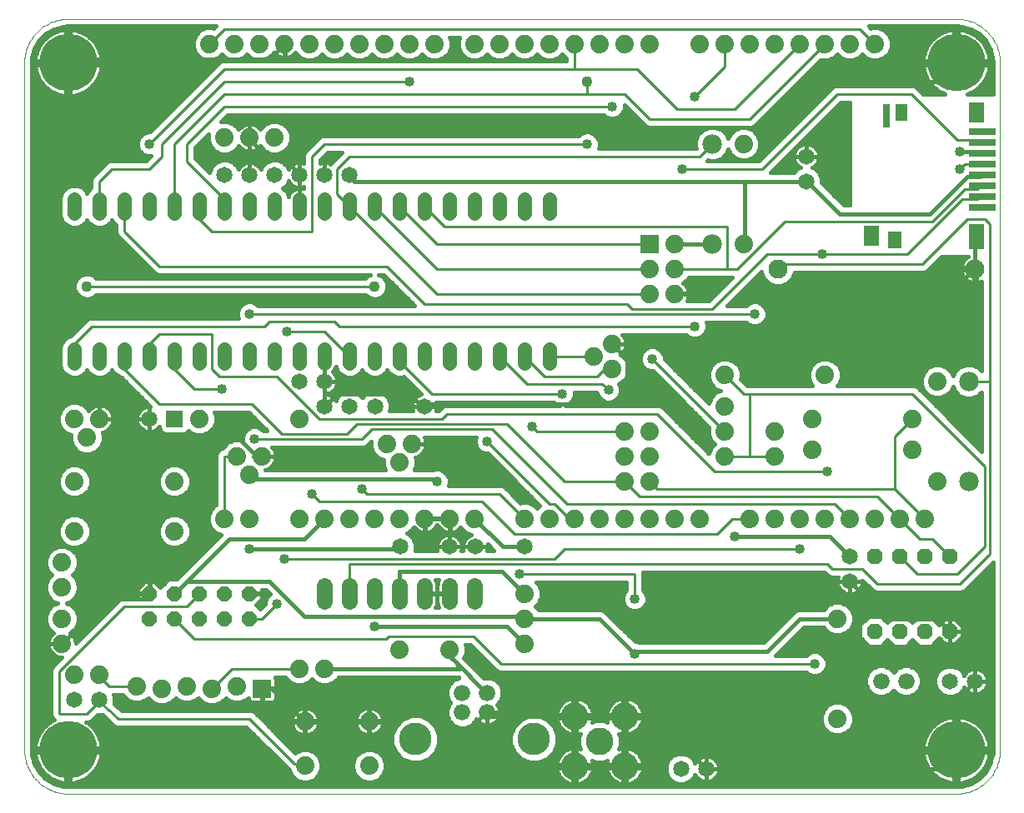
<source format=gbl>
G75*
G70*
%OFA0B0*%
%FSLAX24Y24*%
%IPPOS*%
%LPD*%
%AMOC8*
5,1,8,0,0,1.08239X$1,22.5*
%
%ADD10C,0.0000*%
%ADD11C,0.0560*%
%ADD12C,0.0740*%
%ADD13C,0.0650*%
%ADD14C,0.0660*%
%ADD15C,0.1300*%
%ADD16R,0.0740X0.0740*%
%ADD17OC8,0.0630*%
%ADD18C,0.0768*%
%ADD19OC8,0.0600*%
%ADD20C,0.2300*%
%ADD21R,0.0650X0.0650*%
%ADD22C,0.0634*%
%ADD23C,0.0780*%
%ADD24C,0.1100*%
%ADD25R,0.1083X0.0276*%
%ADD26R,0.0591X0.0984*%
%ADD27R,0.0591X0.0827*%
%ADD28R,0.0512X0.0709*%
%ADD29R,0.0315X0.0965*%
%ADD30R,0.0551X0.0709*%
%ADD31R,0.0610X0.0787*%
%ADD32C,0.0100*%
%ADD33C,0.0160*%
%ADD34C,0.0150*%
%ADD35C,0.0400*%
%ADD36C,0.0436*%
D10*
X002430Y001811D02*
X037930Y001811D01*
X038013Y001813D01*
X038096Y001819D01*
X038179Y001829D01*
X038261Y001843D01*
X038343Y001860D01*
X038423Y001882D01*
X038502Y001907D01*
X038580Y001936D01*
X038657Y001969D01*
X038732Y002006D01*
X038805Y002045D01*
X038876Y002089D01*
X038945Y002135D01*
X039012Y002185D01*
X039076Y002238D01*
X039138Y002294D01*
X039197Y002353D01*
X039253Y002415D01*
X039306Y002479D01*
X039356Y002546D01*
X039402Y002615D01*
X039446Y002686D01*
X039485Y002759D01*
X039522Y002834D01*
X039555Y002911D01*
X039584Y002989D01*
X039609Y003068D01*
X039631Y003148D01*
X039648Y003230D01*
X039662Y003312D01*
X039672Y003395D01*
X039678Y003478D01*
X039680Y003561D01*
X039680Y031061D01*
X039678Y031144D01*
X039672Y031227D01*
X039662Y031310D01*
X039648Y031392D01*
X039631Y031474D01*
X039609Y031554D01*
X039584Y031633D01*
X039555Y031711D01*
X039522Y031788D01*
X039485Y031863D01*
X039446Y031936D01*
X039402Y032007D01*
X039356Y032076D01*
X039306Y032143D01*
X039253Y032207D01*
X039197Y032269D01*
X039138Y032328D01*
X039076Y032384D01*
X039012Y032437D01*
X038945Y032487D01*
X038876Y032533D01*
X038805Y032577D01*
X038732Y032616D01*
X038657Y032653D01*
X038580Y032686D01*
X038502Y032715D01*
X038423Y032740D01*
X038343Y032762D01*
X038261Y032779D01*
X038179Y032793D01*
X038096Y032803D01*
X038013Y032809D01*
X037930Y032811D01*
X002430Y032811D01*
X002347Y032809D01*
X002264Y032803D01*
X002181Y032793D01*
X002099Y032779D01*
X002017Y032762D01*
X001937Y032740D01*
X001858Y032715D01*
X001780Y032686D01*
X001703Y032653D01*
X001628Y032616D01*
X001555Y032577D01*
X001484Y032533D01*
X001415Y032487D01*
X001348Y032437D01*
X001284Y032384D01*
X001222Y032328D01*
X001163Y032269D01*
X001107Y032207D01*
X001054Y032143D01*
X001004Y032076D01*
X000958Y032007D01*
X000914Y031936D01*
X000875Y031863D01*
X000838Y031788D01*
X000805Y031711D01*
X000776Y031633D01*
X000751Y031554D01*
X000729Y031474D01*
X000712Y031392D01*
X000698Y031310D01*
X000688Y031227D01*
X000682Y031144D01*
X000680Y031061D01*
X000680Y003561D01*
X000682Y003478D01*
X000688Y003395D01*
X000698Y003312D01*
X000712Y003230D01*
X000729Y003148D01*
X000751Y003068D01*
X000776Y002989D01*
X000805Y002911D01*
X000838Y002834D01*
X000875Y002759D01*
X000914Y002686D01*
X000958Y002615D01*
X001004Y002546D01*
X001054Y002479D01*
X001107Y002415D01*
X001163Y002353D01*
X001222Y002294D01*
X001284Y002238D01*
X001348Y002185D01*
X001415Y002135D01*
X001484Y002089D01*
X001555Y002045D01*
X001628Y002006D01*
X001703Y001969D01*
X001780Y001936D01*
X001858Y001907D01*
X001937Y001882D01*
X002017Y001860D01*
X002099Y001843D01*
X002181Y001829D01*
X002264Y001819D01*
X002347Y001813D01*
X002430Y001811D01*
D11*
X002680Y019031D02*
X002680Y019591D01*
X003680Y019591D02*
X003680Y019031D01*
X004680Y019031D02*
X004680Y019591D01*
X005680Y019591D02*
X005680Y019031D01*
X006680Y019031D02*
X006680Y019591D01*
X007680Y019591D02*
X007680Y019031D01*
X008680Y019031D02*
X008680Y019591D01*
X009680Y019591D02*
X009680Y019031D01*
X010680Y019031D02*
X010680Y019591D01*
X011680Y019591D02*
X011680Y019031D01*
X012680Y019031D02*
X012680Y019591D01*
X013680Y019591D02*
X013680Y019031D01*
X014680Y019031D02*
X014680Y019591D01*
X015680Y019591D02*
X015680Y019031D01*
X016680Y019031D02*
X016680Y019591D01*
X017680Y019591D02*
X017680Y019031D01*
X018680Y019031D02*
X018680Y019591D01*
X019680Y019591D02*
X019680Y019031D01*
X020680Y019031D02*
X020680Y019591D01*
X021680Y019591D02*
X021680Y019031D01*
X021680Y025031D02*
X021680Y025591D01*
X020680Y025591D02*
X020680Y025031D01*
X019680Y025031D02*
X019680Y025591D01*
X018680Y025591D02*
X018680Y025031D01*
X017680Y025031D02*
X017680Y025591D01*
X016680Y025591D02*
X016680Y025031D01*
X015680Y025031D02*
X015680Y025591D01*
X014680Y025591D02*
X014680Y025031D01*
X013680Y025031D02*
X013680Y025591D01*
X012680Y025591D02*
X012680Y025031D01*
X011680Y025031D02*
X011680Y025591D01*
X010680Y025591D02*
X010680Y025031D01*
X009680Y025031D02*
X009680Y025591D01*
X008680Y025591D02*
X008680Y025031D01*
X007680Y025031D02*
X007680Y025591D01*
X006680Y025591D02*
X006680Y025031D01*
X005680Y025031D02*
X005680Y025591D01*
X004680Y025591D02*
X004680Y025031D01*
X003680Y025031D02*
X003680Y025591D01*
X002680Y025591D02*
X002680Y025031D01*
D12*
X008680Y028061D03*
X009680Y028061D03*
X010680Y028061D03*
X011080Y031811D03*
X012080Y031811D03*
X013080Y031811D03*
X014080Y031811D03*
X015080Y031811D03*
X016080Y031811D03*
X017080Y031811D03*
X018680Y031811D03*
X019680Y031811D03*
X020680Y031811D03*
X021680Y031811D03*
X022680Y031811D03*
X023680Y031811D03*
X024680Y031811D03*
X025680Y031811D03*
X027680Y031811D03*
X028680Y031811D03*
X029680Y031811D03*
X030680Y031811D03*
X031680Y031811D03*
X032680Y031811D03*
X033680Y031811D03*
X034680Y031811D03*
X029430Y027811D03*
X029430Y023811D03*
X026680Y023811D03*
X026680Y022811D03*
X026680Y021811D03*
X025680Y021811D03*
X025680Y022811D03*
X024180Y019811D03*
X023430Y019311D03*
X024180Y018811D03*
X024680Y016311D03*
X025680Y016311D03*
X025680Y015311D03*
X024680Y015311D03*
X024680Y014311D03*
X025680Y014311D03*
X025680Y012811D03*
X024680Y012811D03*
X023680Y012811D03*
X022680Y012811D03*
X021680Y012811D03*
X020680Y012811D03*
X018680Y012811D03*
X017680Y012811D03*
X016680Y012811D03*
X015680Y012811D03*
X014680Y012811D03*
X013680Y012811D03*
X012680Y012811D03*
X011680Y012811D03*
X009680Y012811D03*
X008680Y012811D03*
X009680Y014561D03*
X009180Y015311D03*
X010180Y015311D03*
X011680Y016811D03*
X015180Y015811D03*
X015680Y015061D03*
X016180Y015811D03*
X020680Y009811D03*
X020680Y008811D03*
X020680Y007811D03*
X017680Y007561D03*
X015680Y007561D03*
X012680Y006811D03*
X011680Y006811D03*
X011900Y004701D03*
X011900Y002921D03*
X014460Y002921D03*
X014460Y004701D03*
X009180Y006111D03*
X008180Y006011D03*
X007180Y006111D03*
X006180Y006011D03*
X005180Y006111D03*
X003680Y006561D03*
X002680Y006561D03*
X002180Y007811D03*
X002180Y008811D03*
X002180Y010061D03*
X002180Y011061D03*
X002680Y012311D03*
X002680Y014311D03*
X003180Y016061D03*
X002680Y016811D03*
X003680Y016811D03*
X006680Y014311D03*
X006680Y012311D03*
X007680Y016811D03*
X008080Y031811D03*
X009080Y031811D03*
X010080Y031811D03*
X028680Y018561D03*
X028680Y017311D03*
X028680Y016311D03*
X028680Y015311D03*
X030680Y015311D03*
X030680Y016311D03*
X032180Y016811D03*
X032180Y015561D03*
X031680Y012811D03*
X032680Y012811D03*
X033680Y012811D03*
X034680Y012811D03*
X035680Y012811D03*
X036680Y012811D03*
X037180Y014311D03*
X036180Y015561D03*
X036180Y016811D03*
X037180Y018311D03*
X032680Y018561D03*
X030680Y012811D03*
X029680Y012811D03*
X027680Y012811D03*
X026680Y012811D03*
X033180Y008811D03*
X033180Y004811D03*
D13*
X037680Y006311D03*
X038680Y006311D03*
X033680Y010311D03*
X033680Y011311D03*
X027930Y002811D03*
X026930Y002811D03*
X020664Y011686D03*
X018696Y011686D03*
X017664Y011686D03*
X015696Y011686D03*
X016664Y017311D03*
X014696Y017311D03*
X013680Y017311D03*
X012680Y017311D03*
X012680Y018311D03*
X011680Y018311D03*
X005680Y016811D03*
X008680Y026561D03*
X009680Y026561D03*
X010680Y026561D03*
X011680Y026561D03*
X012680Y026561D03*
X013680Y026561D03*
X031930Y026311D03*
X031930Y027311D03*
X003680Y005561D03*
X002680Y005561D03*
D14*
X018188Y005841D03*
X018188Y005061D03*
X019172Y005061D03*
X019172Y005841D03*
X034930Y006311D03*
X035930Y006311D03*
D15*
X021050Y003991D03*
X016310Y003991D03*
D16*
X010180Y006011D03*
X025680Y023811D03*
D17*
X034680Y011311D03*
X035680Y011311D03*
X036680Y011311D03*
X037680Y011311D03*
X037680Y008311D03*
X036680Y008311D03*
X035680Y008311D03*
X034680Y008311D03*
D18*
X030806Y022811D03*
X038680Y022811D03*
D19*
X009680Y009811D03*
X008680Y009811D03*
X007680Y009811D03*
X007680Y008811D03*
X008680Y008811D03*
X009680Y008811D03*
X006680Y008811D03*
X005680Y008811D03*
X005680Y009811D03*
X006680Y009811D03*
D20*
X002430Y003561D03*
X002430Y031061D03*
X037930Y031061D03*
X037930Y003561D03*
D21*
X006680Y016811D03*
D22*
X012680Y010128D02*
X012680Y009494D01*
X013680Y009494D02*
X013680Y010128D01*
X014680Y010128D02*
X014680Y009494D01*
X015680Y009494D02*
X015680Y010128D01*
X016680Y010128D02*
X016680Y009494D01*
X017680Y009494D02*
X017680Y010128D01*
X018680Y010128D02*
X018680Y009494D01*
D23*
X028180Y023811D03*
X028180Y027811D03*
X038430Y018311D03*
X038430Y014311D03*
D24*
X024680Y004911D03*
X023680Y003911D03*
X022680Y002911D03*
X024680Y002911D03*
X022680Y004911D03*
D25*
X038971Y025280D03*
X038971Y025713D03*
X038971Y026146D03*
X038971Y026579D03*
X038971Y027012D03*
X038971Y027445D03*
X038971Y027878D03*
X038971Y028311D03*
D26*
X038725Y024118D03*
D27*
X038725Y029059D03*
D28*
X035733Y029079D03*
D29*
X035143Y028951D03*
D30*
X035477Y023981D03*
D31*
X034523Y024138D03*
D32*
X035980Y023411D02*
X032580Y023411D01*
X030380Y023411D01*
X028180Y021211D01*
X024980Y021211D01*
X024780Y021411D01*
X016680Y021411D01*
X015180Y022911D01*
X006080Y022911D01*
X004680Y024311D01*
X004680Y025311D01*
X003680Y025311D02*
X003680Y026311D01*
X004180Y026811D01*
X005680Y026811D01*
X006180Y027311D01*
X006180Y027811D01*
X008680Y030311D01*
X016080Y030311D01*
X012680Y027811D02*
X012180Y027311D01*
X012180Y024311D01*
X008180Y024311D01*
X007680Y024811D01*
X007680Y025311D01*
X008680Y025311D02*
X008680Y025611D01*
X007180Y027111D01*
X007180Y027811D01*
X008680Y029311D01*
X024180Y029311D01*
X024680Y029811D02*
X023180Y029811D01*
X023180Y030311D01*
X023180Y029811D02*
X008680Y029811D01*
X006680Y027811D01*
X006680Y025311D01*
X005680Y027811D02*
X008680Y030811D01*
X022680Y030811D01*
X025180Y030811D01*
X026780Y029211D01*
X029080Y029211D01*
X031680Y031811D01*
X032680Y031811D02*
X029680Y028811D01*
X025680Y028811D01*
X024680Y029811D01*
X022680Y030811D02*
X022680Y031811D01*
X023180Y027811D02*
X012680Y027811D01*
X013180Y026811D02*
X013680Y027311D01*
X027680Y027311D01*
X028180Y027811D01*
X026980Y026811D02*
X030180Y026811D01*
X033180Y029811D01*
X036130Y029811D01*
X037980Y027961D01*
X038780Y027961D01*
X038880Y027911D01*
X038971Y027878D01*
X038971Y027012D02*
X038880Y027011D01*
X038280Y027011D01*
X038080Y026811D01*
X038880Y026111D02*
X038971Y026146D01*
X038880Y026111D02*
X038780Y026011D01*
X038280Y026011D01*
X036980Y024711D01*
X031080Y024711D01*
X029180Y022811D01*
X028780Y022811D01*
X028780Y024511D01*
X017480Y024511D01*
X016680Y025311D01*
X015680Y025311D02*
X017180Y023811D01*
X025680Y023811D01*
X025680Y022811D02*
X017180Y022811D01*
X014680Y025311D01*
X013680Y025311D02*
X013180Y025811D01*
X013180Y026811D01*
X013680Y025311D02*
X017180Y021811D01*
X025680Y021811D01*
X026680Y022811D02*
X028780Y022811D01*
X030806Y022811D02*
X030880Y022811D01*
X031080Y023011D01*
X036580Y023011D01*
X038380Y024811D01*
X039080Y024811D01*
X039280Y024611D01*
X039280Y018311D01*
X038430Y018311D01*
X039280Y018311D02*
X039280Y011411D01*
X038080Y010211D01*
X034780Y010211D01*
X034180Y010811D01*
X032980Y010811D01*
X032780Y011011D01*
X013680Y011011D01*
X013680Y009811D01*
X015230Y008111D02*
X015130Y008011D01*
X007480Y008011D01*
X006680Y008811D01*
X007180Y009311D02*
X004680Y009311D01*
X002080Y006711D01*
X002080Y005011D01*
X003180Y005011D01*
X003680Y005511D01*
X003680Y005561D01*
X003680Y005511D02*
X004430Y004811D01*
X009680Y004811D01*
X011480Y003011D01*
X011880Y003011D01*
X011900Y002921D01*
X008180Y006011D02*
X008980Y006811D01*
X011680Y006811D01*
X010180Y008811D02*
X009680Y008811D01*
X010180Y008811D02*
X010780Y009411D01*
X011080Y011211D02*
X021880Y011211D01*
X022280Y011611D01*
X031680Y011611D01*
X033080Y013411D02*
X033680Y012811D01*
X033080Y013411D02*
X022380Y013411D01*
X019380Y016411D01*
X014580Y016411D01*
X014180Y016011D01*
X009880Y016011D01*
X009180Y015311D02*
X008680Y015311D01*
X008680Y012811D01*
X007680Y009811D02*
X007180Y009311D01*
X003680Y006561D02*
X003680Y006511D01*
X004080Y006111D01*
X005180Y006111D01*
X012480Y013511D02*
X018980Y013511D01*
X020280Y012211D01*
X028380Y012211D01*
X028980Y012811D01*
X029680Y012811D01*
X028280Y014711D02*
X025980Y017011D01*
X017580Y017011D01*
X017380Y016811D01*
X012480Y016811D01*
X010780Y018511D01*
X008480Y018511D01*
X008180Y018811D01*
X008180Y020211D01*
X006080Y020211D01*
X005680Y019811D01*
X005680Y019311D01*
X006680Y019311D02*
X006680Y018811D01*
X007480Y018011D01*
X008580Y018011D01*
X009780Y017411D02*
X010980Y016211D01*
X013580Y016211D01*
X013980Y016611D01*
X019980Y016611D01*
X022280Y014311D01*
X024680Y014311D01*
X025280Y013711D01*
X034780Y013711D01*
X035680Y012811D01*
X036480Y012011D01*
X036980Y012011D01*
X037680Y011311D01*
X037980Y010611D02*
X039080Y011711D01*
X039080Y014911D01*
X036180Y017811D01*
X029680Y017811D01*
X029680Y015311D01*
X028680Y015311D01*
X028280Y014711D02*
X032780Y014711D01*
X030680Y015311D02*
X029680Y015311D01*
X028680Y016311D02*
X025780Y019211D01*
X024180Y018811D02*
X023880Y018811D01*
X023580Y018511D01*
X021480Y018511D01*
X020680Y019311D01*
X021680Y019311D02*
X023430Y019311D01*
X023780Y018211D02*
X020780Y018211D01*
X019680Y019311D01*
X022180Y017811D02*
X016980Y017811D01*
X015680Y019111D01*
X015680Y019311D01*
X013680Y019311D02*
X012680Y020311D01*
X011180Y020311D01*
X010480Y020711D02*
X013080Y020711D01*
X013280Y020511D01*
X027480Y020511D01*
X028680Y018561D02*
X029430Y017811D01*
X029680Y017811D01*
X029880Y021011D02*
X009680Y021011D01*
X010280Y020511D02*
X010480Y020711D01*
X010280Y020511D02*
X003380Y020511D01*
X002680Y019811D01*
X002680Y019311D01*
X004680Y019311D02*
X004680Y018811D01*
X006080Y017411D01*
X009780Y017411D01*
X012180Y013811D02*
X012480Y013511D01*
X014180Y014011D02*
X014380Y013811D01*
X019680Y013811D01*
X020680Y012811D01*
X021680Y013411D02*
X021880Y013411D01*
X022480Y012811D01*
X022680Y012811D01*
X021680Y013411D02*
X019180Y015911D01*
X020980Y016511D02*
X021180Y016311D01*
X024680Y016311D01*
X024030Y017961D02*
X023780Y018211D01*
X025680Y014311D02*
X025980Y014011D01*
X035480Y014011D01*
X035480Y016111D01*
X036180Y016811D01*
X035480Y014011D02*
X036680Y012811D01*
X035680Y011311D02*
X036380Y010611D01*
X037980Y010611D01*
X032280Y007011D02*
X019730Y007011D01*
X018630Y008111D01*
X015230Y008111D01*
X020480Y010611D02*
X025080Y010611D01*
X025080Y009611D01*
X014680Y022111D02*
X003180Y022111D01*
X008080Y031811D02*
X008680Y032411D01*
X034080Y032411D01*
X034680Y031811D01*
X028680Y031811D02*
X028680Y030911D01*
X027480Y029711D01*
X035980Y023411D02*
X038180Y025611D01*
X038780Y025611D01*
X038880Y025711D01*
X038971Y025713D01*
D33*
X001867Y002203D02*
X001535Y002395D01*
X001264Y002666D01*
X001072Y002999D01*
X000973Y003369D01*
X000960Y003561D01*
X000960Y031061D01*
X000973Y031253D01*
X001072Y031624D01*
X001264Y031956D01*
X001535Y032227D01*
X001867Y032419D01*
X002238Y032519D01*
X002430Y032531D01*
X008333Y032531D01*
X008247Y032445D01*
X008209Y032461D01*
X007951Y032461D01*
X007712Y032362D01*
X007529Y032179D01*
X007430Y031941D01*
X007430Y031682D01*
X007529Y031443D01*
X007712Y031260D01*
X007951Y031161D01*
X008209Y031161D01*
X008448Y031260D01*
X008580Y031392D01*
X008712Y031260D01*
X008951Y031161D01*
X009209Y031161D01*
X009448Y031260D01*
X009580Y031392D01*
X009712Y031260D01*
X009951Y031161D01*
X010209Y031161D01*
X010448Y031260D01*
X010631Y031443D01*
X010644Y031475D01*
X010660Y031453D01*
X010722Y031392D01*
X010792Y031341D01*
X010869Y031302D01*
X010951Y031275D01*
X011037Y031261D01*
X011060Y031261D01*
X011060Y031791D01*
X011100Y031791D01*
X011100Y031261D01*
X011123Y031261D01*
X011209Y031275D01*
X011291Y031302D01*
X011368Y031341D01*
X011438Y031392D01*
X011500Y031453D01*
X011516Y031475D01*
X011529Y031443D01*
X011712Y031260D01*
X011951Y031161D01*
X012209Y031161D01*
X012448Y031260D01*
X012580Y031392D01*
X012712Y031260D01*
X012951Y031161D01*
X013209Y031161D01*
X013448Y031260D01*
X013580Y031392D01*
X013712Y031260D01*
X013951Y031161D01*
X014209Y031161D01*
X014448Y031260D01*
X014580Y031392D01*
X014712Y031260D01*
X014951Y031161D01*
X015209Y031161D01*
X015448Y031260D01*
X015580Y031392D01*
X015712Y031260D01*
X015951Y031161D01*
X016209Y031161D01*
X016448Y031260D01*
X016580Y031392D01*
X016712Y031260D01*
X016951Y031161D01*
X017209Y031161D01*
X017448Y031260D01*
X017631Y031443D01*
X017730Y031682D01*
X017730Y031941D01*
X017672Y032081D01*
X018088Y032081D01*
X018030Y031941D01*
X018030Y031682D01*
X018129Y031443D01*
X018312Y031260D01*
X018551Y031161D01*
X018809Y031161D01*
X019048Y031260D01*
X019180Y031392D01*
X019312Y031260D01*
X019551Y031161D01*
X019809Y031161D01*
X020048Y031260D01*
X020180Y031392D01*
X020312Y031260D01*
X020551Y031161D01*
X020809Y031161D01*
X021048Y031260D01*
X021180Y031392D01*
X021312Y031260D01*
X021551Y031161D01*
X021809Y031161D01*
X022048Y031260D01*
X022180Y031392D01*
X022312Y031260D01*
X022350Y031244D01*
X022350Y031141D01*
X008614Y031141D01*
X008493Y031091D01*
X008400Y030998D01*
X005693Y028291D01*
X005585Y028291D01*
X005408Y028218D01*
X005273Y028083D01*
X005200Y027907D01*
X005200Y027716D01*
X005273Y027539D01*
X005408Y027404D01*
X005585Y027331D01*
X005733Y027331D01*
X005543Y027141D01*
X004114Y027141D01*
X003993Y027091D01*
X003900Y026998D01*
X003493Y026591D01*
X003400Y026498D01*
X003350Y026377D01*
X003350Y026053D01*
X003205Y025908D01*
X003180Y025848D01*
X003155Y025908D01*
X002997Y026066D01*
X002791Y026151D01*
X002569Y026151D01*
X002363Y026066D01*
X002205Y025908D01*
X002120Y025703D01*
X002120Y024920D01*
X002205Y024714D01*
X002363Y024557D01*
X002569Y024471D01*
X002791Y024471D01*
X002997Y024557D01*
X003155Y024714D01*
X003180Y024775D01*
X003205Y024714D01*
X003363Y024557D01*
X003569Y024471D01*
X003791Y024471D01*
X003997Y024557D01*
X004155Y024714D01*
X004180Y024775D01*
X004205Y024714D01*
X004350Y024569D01*
X004350Y024246D01*
X004400Y024124D01*
X004493Y024031D01*
X005800Y022724D01*
X005893Y022631D01*
X006014Y022581D01*
X014513Y022581D01*
X014398Y022534D01*
X014306Y022441D01*
X003554Y022441D01*
X003462Y022534D01*
X003279Y022609D01*
X003081Y022609D01*
X002898Y022534D01*
X002758Y022393D01*
X002682Y022210D01*
X002682Y022012D01*
X002758Y021829D01*
X002898Y021689D01*
X003081Y021613D01*
X003279Y021613D01*
X003462Y021689D01*
X003554Y021781D01*
X014306Y021781D01*
X014398Y021689D01*
X014581Y021613D01*
X014779Y021613D01*
X014962Y021689D01*
X015102Y021829D01*
X015178Y022012D01*
X015178Y022210D01*
X015102Y022393D01*
X014962Y022534D01*
X014847Y022581D01*
X015043Y022581D01*
X016283Y021341D01*
X010029Y021341D01*
X009952Y021418D01*
X009775Y021491D01*
X009585Y021491D01*
X009408Y021418D01*
X009273Y021283D01*
X009200Y021107D01*
X009200Y020916D01*
X009231Y020841D01*
X003314Y020841D01*
X003193Y020791D01*
X003100Y020698D01*
X002542Y020140D01*
X002363Y020066D01*
X002205Y019908D01*
X002120Y019703D01*
X002120Y018920D01*
X002205Y018714D01*
X002363Y018557D01*
X002569Y018471D01*
X002791Y018471D01*
X002997Y018557D01*
X003155Y018714D01*
X003180Y018775D01*
X003205Y018714D01*
X003363Y018557D01*
X003569Y018471D01*
X003791Y018471D01*
X003997Y018557D01*
X004155Y018714D01*
X004180Y018775D01*
X004205Y018714D01*
X004363Y018557D01*
X004542Y018482D01*
X005708Y017316D01*
X005680Y017316D01*
X005640Y017316D01*
X005562Y017304D01*
X005486Y017279D01*
X005415Y017243D01*
X005351Y017196D01*
X005295Y017140D01*
X005248Y017076D01*
X005212Y017005D01*
X005187Y016930D01*
X005175Y016851D01*
X005175Y016811D01*
X005175Y016772D01*
X005187Y016693D01*
X005212Y016617D01*
X005248Y016547D01*
X005295Y016482D01*
X005351Y016426D01*
X005415Y016379D01*
X005486Y016343D01*
X005562Y016319D01*
X005640Y016306D01*
X005680Y016306D01*
X005720Y016306D01*
X005798Y016319D01*
X005874Y016343D01*
X005945Y016379D01*
X006009Y016426D01*
X006065Y016482D01*
X006075Y016496D01*
X006075Y016431D01*
X006118Y016328D01*
X006196Y016249D01*
X006299Y016206D01*
X007061Y016206D01*
X007164Y016249D01*
X007242Y016328D01*
X007243Y016329D01*
X007312Y016260D01*
X007551Y016161D01*
X007809Y016161D01*
X008048Y016260D01*
X008231Y016443D01*
X008330Y016682D01*
X008330Y016941D01*
X008272Y017081D01*
X009643Y017081D01*
X010383Y016341D01*
X010229Y016341D01*
X010152Y016418D01*
X009975Y016491D01*
X009785Y016491D01*
X009608Y016418D01*
X009473Y016283D01*
X009400Y016107D01*
X009400Y015924D01*
X009309Y015961D01*
X009051Y015961D01*
X008812Y015862D01*
X008629Y015679D01*
X008613Y015641D01*
X008493Y015591D01*
X008400Y015498D01*
X008350Y015377D01*
X008350Y013378D01*
X008312Y013362D01*
X008129Y013179D01*
X008030Y012941D01*
X008030Y012682D01*
X008129Y012443D01*
X008312Y012260D01*
X008535Y012168D01*
X006879Y010512D01*
X006758Y010391D01*
X006440Y010391D01*
X006109Y010061D01*
X005879Y010291D01*
X005690Y010291D01*
X005690Y009821D01*
X005670Y009821D01*
X005670Y009801D01*
X005200Y009801D01*
X005200Y009641D01*
X004614Y009641D01*
X004493Y009591D01*
X002730Y007828D01*
X002730Y007855D01*
X002716Y007940D01*
X002690Y008022D01*
X002650Y008100D01*
X002600Y008170D01*
X002538Y008231D01*
X002516Y008247D01*
X002548Y008260D01*
X002731Y008443D01*
X002830Y008682D01*
X002830Y008941D01*
X002731Y009179D01*
X002548Y009362D01*
X002370Y009436D01*
X002548Y009510D01*
X002731Y009693D01*
X002830Y009932D01*
X002830Y010191D01*
X002731Y010429D01*
X002599Y010561D01*
X002731Y010693D01*
X002830Y010932D01*
X002830Y011191D01*
X002731Y011429D01*
X002548Y011612D01*
X002309Y011711D01*
X002051Y011711D01*
X001812Y011612D01*
X001629Y011429D01*
X001530Y011191D01*
X001530Y010932D01*
X001629Y010693D01*
X001761Y010561D01*
X001629Y010429D01*
X001530Y010191D01*
X001530Y009932D01*
X001629Y009693D01*
X001812Y009510D01*
X001990Y009436D01*
X001812Y009362D01*
X001629Y009179D01*
X001530Y008941D01*
X001530Y008682D01*
X001629Y008443D01*
X001812Y008260D01*
X001844Y008247D01*
X001822Y008231D01*
X001760Y008170D01*
X001710Y008100D01*
X001670Y008022D01*
X001644Y007940D01*
X001630Y007855D01*
X001630Y007811D01*
X001630Y007768D01*
X001644Y007682D01*
X001670Y007600D01*
X001710Y007523D01*
X001760Y007453D01*
X001822Y007392D01*
X001892Y007341D01*
X001969Y007302D01*
X002051Y007275D01*
X002137Y007261D01*
X002163Y007261D01*
X001893Y006991D01*
X001800Y006898D01*
X001750Y006777D01*
X001750Y004946D01*
X001800Y004824D01*
X001860Y004765D01*
X001745Y004703D01*
X001637Y004631D01*
X001536Y004548D01*
X001443Y004456D01*
X001360Y004354D01*
X001288Y004246D01*
X001226Y004131D01*
X001176Y004010D01*
X001138Y003885D01*
X001113Y003757D01*
X001101Y003641D01*
X002350Y003641D01*
X002350Y003481D01*
X002510Y003481D01*
X002510Y002233D01*
X002625Y002244D01*
X002754Y002270D01*
X002879Y002307D01*
X002999Y002358D01*
X003115Y002419D01*
X003223Y002492D01*
X003324Y002575D01*
X003417Y002667D01*
X003500Y002768D01*
X003572Y002877D01*
X003634Y002992D01*
X003684Y003113D01*
X003722Y003238D01*
X010787Y003238D01*
X010628Y003396D02*
X003750Y003396D01*
X003747Y003366D02*
X003759Y003481D01*
X002510Y003481D01*
X002510Y003641D01*
X003759Y003641D01*
X003747Y003757D01*
X003722Y003885D01*
X003684Y004010D01*
X003634Y004131D01*
X003572Y004246D01*
X003500Y004354D01*
X003417Y004456D01*
X003324Y004548D01*
X003223Y004631D01*
X003148Y004681D01*
X003246Y004681D01*
X003367Y004731D01*
X003592Y004956D01*
X003791Y004956D01*
X004201Y004574D01*
X004243Y004531D01*
X004249Y004529D01*
X004253Y004525D01*
X004309Y004504D01*
X004364Y004481D01*
X004370Y004481D01*
X004376Y004479D01*
X004436Y004481D01*
X009543Y004481D01*
X011262Y002762D01*
X003495Y002762D01*
X003596Y002921D02*
X011104Y002921D01*
X010945Y003079D02*
X003670Y003079D01*
X003722Y003238D02*
X003747Y003366D01*
X003751Y003713D02*
X010311Y003713D01*
X010153Y003872D02*
X003724Y003872D01*
X003675Y004030D02*
X009994Y004030D01*
X009836Y004189D02*
X003603Y004189D01*
X003504Y004347D02*
X009677Y004347D01*
X010135Y004823D02*
X011362Y004823D01*
X011364Y004830D02*
X011350Y004745D01*
X011350Y004721D01*
X011880Y004721D01*
X011880Y004681D01*
X011920Y004681D01*
X011920Y004151D01*
X011943Y004151D01*
X012029Y004165D01*
X012111Y004192D01*
X012188Y004231D01*
X012258Y004282D01*
X012320Y004343D01*
X012370Y004413D01*
X012410Y004490D01*
X012436Y004572D01*
X012450Y004658D01*
X012450Y004681D01*
X011920Y004681D01*
X011920Y004721D01*
X012450Y004721D01*
X012450Y004745D01*
X012436Y004830D01*
X012410Y004912D01*
X012370Y004990D01*
X012320Y005060D01*
X012258Y005121D01*
X012188Y005172D01*
X012111Y005211D01*
X012029Y005238D01*
X011943Y005251D01*
X011920Y005251D01*
X011920Y004721D01*
X011880Y004721D01*
X011880Y005251D01*
X011857Y005251D01*
X011771Y005238D01*
X011689Y005211D01*
X011612Y005172D01*
X011542Y005121D01*
X011480Y005060D01*
X011430Y004990D01*
X011390Y004912D01*
X011364Y004830D01*
X011350Y004681D02*
X011350Y004658D01*
X011364Y004572D01*
X011390Y004490D01*
X011430Y004413D01*
X011480Y004343D01*
X011542Y004282D01*
X011612Y004231D01*
X011689Y004192D01*
X011771Y004165D01*
X011857Y004151D01*
X011880Y004151D01*
X011880Y004681D01*
X011350Y004681D01*
X011350Y004664D02*
X010294Y004664D01*
X010452Y004506D02*
X011385Y004506D01*
X011477Y004347D02*
X010611Y004347D01*
X010769Y004189D02*
X011697Y004189D01*
X011880Y004189D02*
X011920Y004189D01*
X011920Y004347D02*
X011880Y004347D01*
X011880Y004506D02*
X011920Y004506D01*
X011920Y004664D02*
X011880Y004664D01*
X011880Y004823D02*
X011920Y004823D01*
X011920Y004981D02*
X011880Y004981D01*
X011880Y005140D02*
X011920Y005140D01*
X012232Y005140D02*
X014128Y005140D01*
X014102Y005121D02*
X014040Y005060D01*
X013990Y004990D01*
X013950Y004912D01*
X013924Y004830D01*
X013910Y004745D01*
X013910Y004721D01*
X014440Y004721D01*
X014440Y004681D01*
X014480Y004681D01*
X014480Y004151D01*
X014503Y004151D01*
X014589Y004165D01*
X014671Y004192D01*
X014748Y004231D01*
X014818Y004282D01*
X014880Y004343D01*
X014930Y004413D01*
X014970Y004490D01*
X014996Y004572D01*
X015010Y004658D01*
X015010Y004681D01*
X014480Y004681D01*
X014480Y004721D01*
X015010Y004721D01*
X015010Y004745D01*
X014996Y004830D01*
X014970Y004912D01*
X014930Y004990D01*
X014880Y005060D01*
X014818Y005121D01*
X014748Y005172D01*
X014671Y005211D01*
X014589Y005238D01*
X014503Y005251D01*
X014480Y005251D01*
X014480Y004721D01*
X014440Y004721D01*
X014440Y005251D01*
X014417Y005251D01*
X014331Y005238D01*
X014249Y005211D01*
X014172Y005172D01*
X014102Y005121D01*
X013985Y004981D02*
X012375Y004981D01*
X012438Y004823D02*
X013922Y004823D01*
X013910Y004681D02*
X013910Y004658D01*
X013924Y004572D01*
X013950Y004490D01*
X013990Y004413D01*
X014040Y004343D01*
X014102Y004282D01*
X014172Y004231D01*
X014249Y004192D01*
X014331Y004165D01*
X014417Y004151D01*
X014440Y004151D01*
X014440Y004681D01*
X013910Y004681D01*
X013910Y004664D02*
X012450Y004664D01*
X012415Y004506D02*
X013945Y004506D01*
X014037Y004347D02*
X012323Y004347D01*
X012103Y004189D02*
X014257Y004189D01*
X014440Y004189D02*
X014480Y004189D01*
X014480Y004347D02*
X014440Y004347D01*
X014440Y004506D02*
X014480Y004506D01*
X014480Y004664D02*
X014440Y004664D01*
X014440Y004823D02*
X014480Y004823D01*
X014480Y004981D02*
X014440Y004981D01*
X014440Y005140D02*
X014480Y005140D01*
X014792Y005140D02*
X017578Y005140D01*
X017578Y005183D02*
X017578Y004940D01*
X017671Y004716D01*
X017842Y004544D01*
X018067Y004451D01*
X018309Y004451D01*
X018533Y004544D01*
X018705Y004716D01*
X018737Y004793D01*
X018783Y004729D01*
X018840Y004672D01*
X018905Y004625D01*
X018976Y004589D01*
X019053Y004564D01*
X019132Y004551D01*
X019162Y004551D01*
X019162Y005051D01*
X019182Y005051D01*
X019182Y004551D01*
X019212Y004551D01*
X019292Y004564D01*
X019368Y004589D01*
X019439Y004625D01*
X019504Y004672D01*
X019561Y004729D01*
X019608Y004794D01*
X019645Y004865D01*
X019670Y004942D01*
X019682Y005021D01*
X019682Y005051D01*
X019182Y005051D01*
X019182Y005071D01*
X019682Y005071D01*
X019682Y005101D01*
X019670Y005181D01*
X019645Y005257D01*
X019608Y005329D01*
X019572Y005378D01*
X019689Y005496D01*
X019782Y005720D01*
X019782Y005963D01*
X019689Y006187D01*
X019518Y006358D01*
X019293Y006451D01*
X019051Y006451D01*
X019045Y006449D01*
X018251Y007242D01*
X018330Y007432D01*
X018330Y007691D01*
X018292Y007781D01*
X018493Y007781D01*
X019543Y006731D01*
X019664Y006681D01*
X031931Y006681D01*
X032008Y006604D01*
X032185Y006531D01*
X032375Y006531D01*
X032552Y006604D01*
X032687Y006739D01*
X032760Y006916D01*
X032760Y007107D01*
X032687Y007283D01*
X032552Y007418D01*
X032375Y007491D01*
X032185Y007491D01*
X032008Y007418D01*
X031931Y007341D01*
X030712Y007341D01*
X031827Y008456D01*
X032623Y008456D01*
X032629Y008443D01*
X032812Y008260D01*
X033051Y008161D01*
X033309Y008161D01*
X033548Y008260D01*
X033731Y008443D01*
X033830Y008682D01*
X033830Y008941D01*
X033731Y009179D01*
X033548Y009362D01*
X033309Y009461D01*
X033051Y009461D01*
X032812Y009362D01*
X032629Y009179D01*
X032623Y009166D01*
X031609Y009166D01*
X031479Y009112D01*
X031379Y009012D01*
X030233Y007866D01*
X025236Y007866D01*
X025175Y007891D01*
X025102Y007891D01*
X023981Y009012D01*
X023881Y009112D01*
X023751Y009166D01*
X021237Y009166D01*
X021231Y009179D01*
X021099Y009311D01*
X021231Y009443D01*
X021330Y009682D01*
X021330Y009941D01*
X021231Y010179D01*
X021129Y010281D01*
X024750Y010281D01*
X024750Y009960D01*
X024673Y009883D01*
X024600Y009707D01*
X024600Y009516D01*
X024673Y009339D01*
X024808Y009204D01*
X024985Y009131D01*
X025175Y009131D01*
X025352Y009204D01*
X025487Y009339D01*
X025560Y009516D01*
X025560Y009707D01*
X025487Y009883D01*
X025410Y009960D01*
X025410Y010677D01*
X025408Y010681D01*
X032643Y010681D01*
X032700Y010624D01*
X032793Y010531D01*
X032914Y010481D01*
X033204Y010481D01*
X033187Y010430D01*
X033175Y010351D01*
X033175Y010311D01*
X033175Y010272D01*
X033187Y010193D01*
X033212Y010117D01*
X033248Y010047D01*
X033295Y009982D01*
X033351Y009926D01*
X033415Y009879D01*
X033486Y009843D01*
X033562Y009819D01*
X033640Y009806D01*
X033680Y009806D01*
X033720Y009806D01*
X033798Y009819D01*
X033874Y009843D01*
X033945Y009879D01*
X034009Y009926D01*
X034065Y009982D01*
X034112Y010047D01*
X034148Y010117D01*
X034173Y010193D01*
X034185Y010272D01*
X034185Y010311D01*
X033680Y010311D01*
X033680Y009806D01*
X033680Y010311D01*
X033680Y010311D01*
X033680Y010311D01*
X033175Y010311D01*
X033680Y010311D01*
X033680Y010311D01*
X034185Y010311D01*
X034185Y010340D01*
X034593Y009931D01*
X034714Y009881D01*
X038146Y009881D01*
X038267Y009931D01*
X039400Y011065D01*
X039400Y003561D01*
X039387Y003369D01*
X039288Y002999D01*
X039096Y002666D01*
X038825Y002395D01*
X038493Y002203D01*
X038122Y002104D01*
X037930Y002091D01*
X002430Y002091D01*
X002238Y002104D01*
X001867Y002203D01*
X001981Y002307D02*
X001861Y002358D01*
X001745Y002419D01*
X001637Y002492D01*
X001536Y002575D01*
X001443Y002667D01*
X001360Y002768D01*
X001288Y002877D01*
X001226Y002992D01*
X001176Y003113D01*
X001138Y003238D01*
X001008Y003238D01*
X001138Y003238D02*
X001113Y003366D01*
X001101Y003481D01*
X002350Y003481D01*
X002350Y002233D01*
X002235Y002244D01*
X002106Y002270D01*
X001981Y002307D01*
X002050Y002287D02*
X001723Y002287D01*
X001706Y002445D02*
X001485Y002445D01*
X001507Y002604D02*
X001326Y002604D01*
X001365Y002762D02*
X001208Y002762D01*
X001264Y002921D02*
X001117Y002921D01*
X001050Y003079D02*
X001190Y003079D01*
X001110Y003396D02*
X000971Y003396D01*
X000960Y003555D02*
X002350Y003555D01*
X002350Y003396D02*
X002510Y003396D01*
X002510Y003238D02*
X002350Y003238D01*
X002350Y003079D02*
X002510Y003079D01*
X002510Y002921D02*
X002350Y002921D01*
X002350Y002762D02*
X002510Y002762D01*
X002510Y002604D02*
X002350Y002604D01*
X002350Y002445D02*
X002510Y002445D01*
X002510Y002287D02*
X002350Y002287D01*
X002238Y002104D02*
X002238Y002104D01*
X002147Y002128D02*
X038213Y002128D01*
X038125Y002244D02*
X038254Y002270D01*
X038379Y002307D01*
X038499Y002358D01*
X038615Y002419D01*
X038723Y002492D01*
X038824Y002575D01*
X038917Y002667D01*
X039000Y002768D01*
X039072Y002877D01*
X039134Y002992D01*
X039184Y003113D01*
X039222Y003238D01*
X039352Y003238D01*
X039222Y003238D02*
X039247Y003366D01*
X039259Y003481D01*
X038010Y003481D01*
X038010Y002233D01*
X038125Y002244D01*
X038010Y002287D02*
X037850Y002287D01*
X037850Y002233D02*
X037850Y003481D01*
X038010Y003481D01*
X038010Y003641D01*
X039259Y003641D01*
X039247Y003757D01*
X039222Y003885D01*
X039184Y004010D01*
X039134Y004131D01*
X039072Y004246D01*
X039000Y004354D01*
X038917Y004456D01*
X038824Y004548D01*
X038723Y004631D01*
X038615Y004703D01*
X038499Y004765D01*
X038379Y004815D01*
X038254Y004853D01*
X038125Y004878D01*
X038010Y004890D01*
X038010Y003641D01*
X037850Y003641D01*
X037850Y003481D01*
X036601Y003481D01*
X036613Y003366D01*
X036638Y003238D01*
X028202Y003238D01*
X028195Y003243D02*
X028124Y003279D01*
X028048Y003304D01*
X027970Y003316D01*
X027930Y003316D01*
X027890Y003316D01*
X027812Y003304D01*
X027736Y003279D01*
X027665Y003243D01*
X027601Y003196D01*
X027545Y003140D01*
X027498Y003076D01*
X027485Y003051D01*
X027443Y003154D01*
X027273Y003324D01*
X027050Y003416D01*
X026810Y003416D01*
X026587Y003324D01*
X026417Y003154D01*
X026325Y002932D01*
X026325Y002691D01*
X026417Y002469D01*
X026587Y002298D01*
X026810Y002206D01*
X027050Y002206D01*
X027273Y002298D01*
X027443Y002469D01*
X027485Y002571D01*
X027498Y002547D01*
X027545Y002482D01*
X027601Y002426D01*
X027665Y002379D01*
X027736Y002343D01*
X027812Y002319D01*
X027890Y002306D01*
X027930Y002306D01*
X027970Y002306D01*
X028048Y002319D01*
X028124Y002343D01*
X028195Y002379D01*
X028259Y002426D01*
X028315Y002482D01*
X028362Y002547D01*
X028398Y002617D01*
X028423Y002693D01*
X028435Y002772D01*
X028435Y002811D01*
X027930Y002811D01*
X027930Y002306D01*
X027930Y002811D01*
X027930Y002811D01*
X027930Y002811D01*
X028435Y002811D01*
X028435Y002851D01*
X028423Y002930D01*
X028398Y003005D01*
X028362Y003076D01*
X028315Y003140D01*
X028259Y003196D01*
X028195Y003243D01*
X028359Y003079D02*
X036690Y003079D01*
X036676Y003113D02*
X036726Y002992D01*
X036788Y002877D01*
X036860Y002768D01*
X036943Y002667D01*
X037036Y002575D01*
X037137Y002492D01*
X037245Y002419D01*
X037361Y002358D01*
X037481Y002307D01*
X037606Y002270D01*
X037735Y002244D01*
X037850Y002233D01*
X037850Y002445D02*
X038010Y002445D01*
X038010Y002604D02*
X037850Y002604D01*
X037850Y002762D02*
X038010Y002762D01*
X038010Y002921D02*
X037850Y002921D01*
X037850Y003079D02*
X038010Y003079D01*
X038010Y003238D02*
X037850Y003238D01*
X037850Y003396D02*
X038010Y003396D01*
X038010Y003555D02*
X039400Y003555D01*
X039400Y003713D02*
X039251Y003713D01*
X039224Y003872D02*
X039400Y003872D01*
X039400Y004030D02*
X039175Y004030D01*
X039103Y004189D02*
X039400Y004189D01*
X039400Y004347D02*
X039004Y004347D01*
X038866Y004506D02*
X039400Y004506D01*
X039400Y004664D02*
X038673Y004664D01*
X038353Y004823D02*
X039400Y004823D01*
X039400Y004981D02*
X033813Y004981D01*
X033830Y004941D02*
X033731Y005179D01*
X033548Y005362D01*
X033309Y005461D01*
X033051Y005461D01*
X032812Y005362D01*
X032629Y005179D01*
X032530Y004941D01*
X032530Y004682D01*
X032629Y004443D01*
X032812Y004260D01*
X033051Y004161D01*
X033309Y004161D01*
X033548Y004260D01*
X033731Y004443D01*
X033830Y004682D01*
X033830Y004941D01*
X033830Y004823D02*
X037507Y004823D01*
X037481Y004815D02*
X037361Y004765D01*
X037245Y004703D01*
X037137Y004631D01*
X037036Y004548D01*
X036943Y004456D01*
X036860Y004354D01*
X036788Y004246D01*
X036726Y004131D01*
X036676Y004010D01*
X036638Y003885D01*
X036613Y003757D01*
X036601Y003641D01*
X037850Y003641D01*
X037850Y004890D01*
X037735Y004878D01*
X037606Y004853D01*
X037481Y004815D01*
X037187Y004664D02*
X033823Y004664D01*
X033757Y004506D02*
X036994Y004506D01*
X036856Y004347D02*
X033635Y004347D01*
X033376Y004189D02*
X036757Y004189D01*
X036685Y004030D02*
X024510Y004030D01*
X024510Y004076D02*
X024452Y004217D01*
X024537Y004194D01*
X024607Y004185D01*
X024607Y004839D01*
X023953Y004839D01*
X023962Y004769D01*
X023985Y004683D01*
X023845Y004741D01*
X023515Y004741D01*
X023375Y004683D01*
X023398Y004769D01*
X023407Y004839D01*
X022753Y004839D01*
X022753Y004984D01*
X023407Y004984D01*
X023398Y005054D01*
X023373Y005146D01*
X023336Y005235D01*
X023288Y005318D01*
X023230Y005394D01*
X023162Y005461D01*
X023086Y005520D01*
X023004Y005567D01*
X022915Y005604D01*
X022823Y005629D01*
X022753Y005638D01*
X022753Y004984D01*
X022607Y004984D01*
X022607Y004839D01*
X021953Y004839D01*
X021962Y004769D01*
X021987Y004676D01*
X022024Y004588D01*
X022072Y004505D01*
X022130Y004429D01*
X022198Y004361D01*
X022274Y004303D01*
X022356Y004255D01*
X022445Y004219D01*
X022537Y004194D01*
X022607Y004185D01*
X022607Y004839D01*
X022753Y004839D01*
X022753Y004185D01*
X022823Y004194D01*
X022908Y004217D01*
X022850Y004076D01*
X022850Y003746D01*
X022908Y003606D01*
X022823Y003629D01*
X022753Y003638D01*
X022753Y002984D01*
X023407Y002984D01*
X023398Y003054D01*
X023375Y003139D01*
X023515Y003081D01*
X023845Y003081D01*
X023985Y003139D01*
X023962Y003054D01*
X023953Y002984D01*
X024607Y002984D01*
X024607Y002839D01*
X023953Y002839D01*
X023962Y002769D01*
X023987Y002676D01*
X024024Y002588D01*
X024072Y002505D01*
X024130Y002429D01*
X024198Y002361D01*
X024274Y002303D01*
X024356Y002255D01*
X024445Y002219D01*
X024537Y002194D01*
X024607Y002185D01*
X024607Y002839D01*
X024753Y002839D01*
X024753Y002984D01*
X025407Y002984D01*
X025398Y003054D01*
X025373Y003146D01*
X025336Y003235D01*
X025288Y003318D01*
X025230Y003394D01*
X025162Y003461D01*
X025086Y003520D01*
X025004Y003567D01*
X024915Y003604D01*
X024823Y003629D01*
X024753Y003638D01*
X024753Y002984D01*
X024607Y002984D01*
X024607Y003638D01*
X024537Y003629D01*
X024452Y003606D01*
X024510Y003746D01*
X024510Y004076D01*
X024463Y004189D02*
X024575Y004189D01*
X024607Y004189D02*
X024753Y004189D01*
X024753Y004185D02*
X024823Y004194D01*
X024915Y004219D01*
X025004Y004255D01*
X025086Y004303D01*
X025162Y004361D01*
X025230Y004429D01*
X025288Y004505D01*
X025336Y004588D01*
X025373Y004676D01*
X025398Y004769D01*
X025407Y004839D01*
X024753Y004839D01*
X024753Y004984D01*
X025407Y004984D01*
X025398Y005054D01*
X025373Y005146D01*
X025336Y005235D01*
X025288Y005318D01*
X025230Y005394D01*
X025162Y005461D01*
X025086Y005520D01*
X025004Y005567D01*
X024915Y005604D01*
X024823Y005629D01*
X024753Y005638D01*
X024753Y004984D01*
X024607Y004984D01*
X024607Y004839D01*
X024753Y004839D01*
X024753Y004185D01*
X024785Y004189D02*
X032984Y004189D01*
X032725Y004347D02*
X025144Y004347D01*
X025289Y004506D02*
X032603Y004506D01*
X032537Y004664D02*
X025368Y004664D01*
X025405Y004823D02*
X032530Y004823D01*
X032547Y004981D02*
X024753Y004981D01*
X024680Y004911D02*
X022680Y004911D01*
X022680Y002911D01*
X024680Y002911D01*
X024753Y002921D02*
X026325Y002921D01*
X026325Y002762D02*
X025396Y002762D01*
X025398Y002769D02*
X025407Y002839D01*
X024753Y002839D01*
X024753Y002185D01*
X024823Y002194D01*
X024915Y002219D01*
X025004Y002255D01*
X025086Y002303D01*
X025162Y002361D01*
X025230Y002429D01*
X025288Y002505D01*
X025336Y002588D01*
X025373Y002676D01*
X025398Y002769D01*
X025343Y002604D02*
X026361Y002604D01*
X026440Y002445D02*
X025243Y002445D01*
X025058Y002287D02*
X026615Y002287D01*
X027245Y002287D02*
X037550Y002287D01*
X037206Y002445D02*
X028278Y002445D01*
X028391Y002604D02*
X037007Y002604D01*
X036865Y002762D02*
X028434Y002762D01*
X028424Y002921D02*
X036764Y002921D01*
X036676Y003113D02*
X036638Y003238D01*
X036610Y003396D02*
X027099Y003396D01*
X027359Y003238D02*
X027658Y003238D01*
X027501Y003079D02*
X027474Y003079D01*
X026761Y003396D02*
X025227Y003396D01*
X025334Y003238D02*
X026501Y003238D01*
X026386Y003079D02*
X025391Y003079D01*
X025025Y003555D02*
X037850Y003555D01*
X037850Y003713D02*
X038010Y003713D01*
X038010Y003872D02*
X037850Y003872D01*
X037850Y004030D02*
X038010Y004030D01*
X038010Y004189D02*
X037850Y004189D01*
X037850Y004347D02*
X038010Y004347D01*
X038010Y004506D02*
X037850Y004506D01*
X037850Y004664D02*
X038010Y004664D01*
X038010Y004823D02*
X037850Y004823D01*
X037800Y005706D02*
X037560Y005706D01*
X037337Y005798D01*
X037167Y005969D01*
X037075Y006191D01*
X037075Y006432D01*
X037167Y006654D01*
X037337Y006824D01*
X037560Y006916D01*
X037800Y006916D01*
X038023Y006824D01*
X038193Y006654D01*
X038235Y006551D01*
X038248Y006576D01*
X038295Y006640D01*
X038351Y006696D01*
X038415Y006743D01*
X038486Y006779D01*
X038562Y006804D01*
X038640Y006816D01*
X038680Y006816D01*
X038720Y006816D01*
X038798Y006804D01*
X038874Y006779D01*
X038945Y006743D01*
X039009Y006696D01*
X039065Y006640D01*
X039112Y006576D01*
X039148Y006505D01*
X039173Y006430D01*
X039185Y006351D01*
X039185Y006311D01*
X038680Y006311D01*
X038680Y005806D01*
X038720Y005806D01*
X038798Y005819D01*
X038874Y005843D01*
X038945Y005879D01*
X039009Y005926D01*
X039065Y005982D01*
X039112Y006047D01*
X039148Y006117D01*
X039173Y006193D01*
X039185Y006272D01*
X039185Y006311D01*
X038680Y006311D01*
X038680Y006311D01*
X038680Y005806D01*
X038640Y005806D01*
X038562Y005819D01*
X038486Y005843D01*
X038415Y005879D01*
X038351Y005926D01*
X038295Y005982D01*
X038248Y006047D01*
X038235Y006071D01*
X038193Y005969D01*
X038023Y005798D01*
X037800Y005706D01*
X037963Y005774D02*
X039400Y005774D01*
X039400Y005932D02*
X039015Y005932D01*
X039134Y006091D02*
X039400Y006091D01*
X039400Y006249D02*
X039181Y006249D01*
X039176Y006408D02*
X039400Y006408D01*
X039400Y006566D02*
X039117Y006566D01*
X038970Y006725D02*
X039400Y006725D01*
X039400Y006883D02*
X037880Y006883D01*
X038122Y006725D02*
X038390Y006725D01*
X038243Y006566D02*
X038229Y006566D01*
X038680Y006566D02*
X038680Y006566D01*
X038680Y006408D02*
X038680Y006408D01*
X038680Y006311D02*
X038680Y006816D01*
X038680Y006311D01*
X038680Y006311D01*
X038680Y006311D01*
X038680Y006249D02*
X038680Y006249D01*
X038680Y006091D02*
X038680Y006091D01*
X038680Y005932D02*
X038680Y005932D01*
X038345Y005932D02*
X038157Y005932D01*
X037397Y005774D02*
X036226Y005774D01*
X036276Y005794D02*
X036447Y005966D01*
X036540Y006190D01*
X036540Y006433D01*
X036447Y006657D01*
X036276Y006828D01*
X036051Y006921D01*
X035809Y006921D01*
X035584Y006828D01*
X035430Y006674D01*
X035276Y006828D01*
X035051Y006921D01*
X034809Y006921D01*
X034584Y006828D01*
X034413Y006657D01*
X034320Y006433D01*
X034320Y006190D01*
X034413Y005966D01*
X034584Y005794D01*
X034809Y005701D01*
X035051Y005701D01*
X035276Y005794D01*
X035430Y005949D01*
X035584Y005794D01*
X035809Y005701D01*
X036051Y005701D01*
X036276Y005794D01*
X036414Y005932D02*
X037203Y005932D01*
X037116Y006091D02*
X036499Y006091D01*
X036540Y006249D02*
X037075Y006249D01*
X037075Y006408D02*
X036540Y006408D01*
X036485Y006566D02*
X037131Y006566D01*
X037238Y006725D02*
X036379Y006725D01*
X036143Y006883D02*
X037480Y006883D01*
X037475Y007816D02*
X037680Y007816D01*
X037885Y007816D01*
X038175Y008106D01*
X038175Y008311D01*
X037680Y008311D01*
X037680Y007816D01*
X037680Y008311D01*
X037680Y008311D01*
X037680Y008311D01*
X038175Y008311D01*
X038175Y008516D01*
X037885Y008806D01*
X037680Y008806D01*
X037680Y008311D01*
X037680Y008806D01*
X037475Y008806D01*
X037251Y008582D01*
X036926Y008906D01*
X036434Y008906D01*
X036180Y008653D01*
X035926Y008906D01*
X035434Y008906D01*
X035180Y008653D01*
X034926Y008906D01*
X034434Y008906D01*
X034085Y008558D01*
X034085Y008065D01*
X034434Y007716D01*
X034926Y007716D01*
X035180Y007970D01*
X035434Y007716D01*
X035926Y007716D01*
X036180Y007970D01*
X036434Y007716D01*
X036926Y007716D01*
X037251Y008041D01*
X037475Y007816D01*
X037457Y007834D02*
X037044Y007834D01*
X037203Y007993D02*
X037298Y007993D01*
X037680Y007993D02*
X037680Y007993D01*
X037680Y008151D02*
X037680Y008151D01*
X037680Y008310D02*
X037680Y008310D01*
X037680Y008311D02*
X037680Y008311D01*
X037680Y008468D02*
X037680Y008468D01*
X037680Y008627D02*
X037680Y008627D01*
X037680Y008785D02*
X037680Y008785D01*
X037906Y008785D02*
X039400Y008785D01*
X039400Y008627D02*
X038065Y008627D01*
X038175Y008468D02*
X039400Y008468D01*
X039400Y008310D02*
X038175Y008310D01*
X038175Y008151D02*
X039400Y008151D01*
X039400Y007993D02*
X038062Y007993D01*
X037903Y007834D02*
X039400Y007834D01*
X039400Y007676D02*
X031047Y007676D01*
X031205Y007834D02*
X034316Y007834D01*
X034157Y007993D02*
X031364Y007993D01*
X031522Y008151D02*
X034085Y008151D01*
X034085Y008310D02*
X033598Y008310D01*
X033741Y008468D02*
X034085Y008468D01*
X034154Y008627D02*
X033807Y008627D01*
X033830Y008785D02*
X034313Y008785D01*
X033829Y008944D02*
X039400Y008944D01*
X039400Y009102D02*
X033763Y009102D01*
X033650Y009261D02*
X039400Y009261D01*
X039400Y009419D02*
X033411Y009419D01*
X032949Y009419D02*
X025520Y009419D01*
X025560Y009578D02*
X039400Y009578D01*
X039400Y009736D02*
X025548Y009736D01*
X025475Y009895D02*
X033394Y009895D01*
X033245Y010053D02*
X025410Y010053D01*
X025410Y010212D02*
X033184Y010212D01*
X033178Y010370D02*
X025410Y010370D01*
X025410Y010529D02*
X032800Y010529D01*
X033680Y010212D02*
X033680Y010212D01*
X033680Y010053D02*
X033680Y010053D01*
X033680Y009895D02*
X033680Y009895D01*
X033966Y009895D02*
X034682Y009895D01*
X034471Y010053D02*
X034115Y010053D01*
X034176Y010212D02*
X034313Y010212D01*
X035047Y008785D02*
X035313Y008785D01*
X036047Y008785D02*
X036313Y008785D01*
X037047Y008785D02*
X037454Y008785D01*
X037295Y008627D02*
X037206Y008627D01*
X037680Y007834D02*
X037680Y007834D01*
X038680Y006725D02*
X038680Y006725D01*
X039400Y007042D02*
X032760Y007042D01*
X032747Y006883D02*
X034717Y006883D01*
X034481Y006725D02*
X032672Y006725D01*
X032460Y006566D02*
X034375Y006566D01*
X034320Y006408D02*
X019398Y006408D01*
X019627Y006249D02*
X034320Y006249D01*
X034361Y006091D02*
X019729Y006091D01*
X019782Y005932D02*
X034446Y005932D01*
X034634Y005774D02*
X019782Y005774D01*
X019739Y005615D02*
X022487Y005615D01*
X022445Y005604D02*
X022356Y005567D01*
X022274Y005520D01*
X022198Y005461D01*
X022130Y005394D01*
X022072Y005318D01*
X022024Y005235D01*
X021987Y005146D01*
X021962Y005054D01*
X021953Y004984D01*
X022607Y004984D01*
X022607Y005638D01*
X022537Y005629D01*
X022445Y005604D01*
X022607Y005615D02*
X022753Y005615D01*
X022873Y005615D02*
X024487Y005615D01*
X024445Y005604D02*
X024356Y005567D01*
X024274Y005520D01*
X024198Y005461D01*
X024130Y005394D01*
X024072Y005318D01*
X024024Y005235D01*
X023987Y005146D01*
X023962Y005054D01*
X023953Y004984D01*
X024607Y004984D01*
X024607Y005638D01*
X024537Y005629D01*
X024445Y005604D01*
X024607Y005615D02*
X024753Y005615D01*
X024873Y005615D02*
X039400Y005615D01*
X039400Y005457D02*
X033320Y005457D01*
X033040Y005457D02*
X025167Y005457D01*
X025299Y005298D02*
X032748Y005298D01*
X032613Y005140D02*
X025375Y005140D01*
X024753Y005140D02*
X024607Y005140D01*
X024607Y005298D02*
X024753Y005298D01*
X024753Y005457D02*
X024607Y005457D01*
X024193Y005457D02*
X023167Y005457D01*
X023299Y005298D02*
X024061Y005298D01*
X023985Y005140D02*
X023375Y005140D01*
X023405Y004823D02*
X023955Y004823D01*
X024607Y004823D02*
X024753Y004823D01*
X024753Y004664D02*
X024607Y004664D01*
X024607Y004506D02*
X024753Y004506D01*
X024753Y004347D02*
X024607Y004347D01*
X024510Y003872D02*
X036636Y003872D01*
X036609Y003713D02*
X024496Y003713D01*
X024607Y003555D02*
X024753Y003555D01*
X024753Y003396D02*
X024607Y003396D01*
X024607Y003238D02*
X024753Y003238D01*
X024753Y003079D02*
X024607Y003079D01*
X024607Y002921D02*
X022753Y002921D01*
X022753Y002984D02*
X022753Y002839D01*
X023407Y002839D01*
X023398Y002769D01*
X023373Y002676D01*
X023336Y002588D01*
X023288Y002505D01*
X023230Y002429D01*
X023162Y002361D01*
X023086Y002303D01*
X023004Y002255D01*
X022915Y002219D01*
X022823Y002194D01*
X022753Y002185D01*
X022753Y002839D01*
X022607Y002839D01*
X021953Y002839D01*
X021962Y002769D01*
X021987Y002676D01*
X022024Y002588D01*
X022072Y002505D01*
X022130Y002429D01*
X022198Y002361D01*
X022274Y002303D01*
X022356Y002255D01*
X022445Y002219D01*
X022537Y002194D01*
X022607Y002185D01*
X022607Y002839D01*
X022607Y002984D01*
X021953Y002984D01*
X021962Y003054D01*
X021987Y003146D01*
X022024Y003235D01*
X022072Y003318D01*
X022130Y003394D01*
X022198Y003461D01*
X022274Y003520D01*
X022356Y003567D01*
X022445Y003604D01*
X022537Y003629D01*
X022607Y003638D01*
X022607Y002984D01*
X022753Y002984D01*
X022753Y003079D02*
X022607Y003079D01*
X022607Y002921D02*
X015110Y002921D01*
X015110Y002792D02*
X015011Y002553D01*
X014828Y002370D01*
X014589Y002271D01*
X014331Y002271D01*
X014092Y002370D01*
X013909Y002553D01*
X013810Y002792D01*
X013810Y003051D01*
X013909Y003289D01*
X014092Y003472D01*
X014331Y003571D01*
X014589Y003571D01*
X014828Y003472D01*
X015011Y003289D01*
X015110Y003051D01*
X015110Y002792D01*
X015098Y002762D02*
X021964Y002762D01*
X022017Y002604D02*
X015032Y002604D01*
X014903Y002445D02*
X022117Y002445D01*
X022302Y002287D02*
X014627Y002287D01*
X014293Y002287D02*
X012067Y002287D01*
X012029Y002271D02*
X012268Y002370D01*
X012451Y002553D01*
X012550Y002792D01*
X012550Y003051D01*
X012451Y003289D01*
X012268Y003472D01*
X012029Y003571D01*
X011771Y003571D01*
X011532Y003472D01*
X011509Y003449D01*
X009960Y004998D01*
X009867Y005091D01*
X009746Y005141D01*
X004560Y005141D01*
X004272Y005410D01*
X004285Y005441D01*
X004285Y005682D01*
X004244Y005781D01*
X004613Y005781D01*
X004629Y005743D01*
X004812Y005560D01*
X005051Y005461D01*
X005309Y005461D01*
X005548Y005560D01*
X005630Y005642D01*
X005812Y005460D01*
X006051Y005361D01*
X006309Y005361D01*
X006548Y005460D01*
X006730Y005642D01*
X006812Y005560D01*
X007051Y005461D01*
X007309Y005461D01*
X007548Y005560D01*
X007630Y005642D01*
X007812Y005460D01*
X008051Y005361D01*
X008309Y005361D01*
X008548Y005460D01*
X008730Y005642D01*
X008812Y005560D01*
X009051Y005461D01*
X009309Y005461D01*
X009548Y005560D01*
X009630Y005642D01*
X009630Y005618D01*
X009642Y005572D01*
X009666Y005531D01*
X009699Y005497D01*
X009741Y005474D01*
X009786Y005461D01*
X010160Y005461D01*
X010160Y005991D01*
X010200Y005991D01*
X010200Y005461D01*
X010574Y005461D01*
X010619Y005474D01*
X010661Y005497D01*
X010694Y005531D01*
X010718Y005572D01*
X010730Y005618D01*
X010730Y005991D01*
X010200Y005991D01*
X010200Y006031D01*
X010730Y006031D01*
X010730Y006405D01*
X010718Y006451D01*
X010700Y006481D01*
X011113Y006481D01*
X011129Y006443D01*
X011312Y006260D01*
X011551Y006161D01*
X011809Y006161D01*
X012048Y006260D01*
X012180Y006392D01*
X012312Y006260D01*
X012551Y006161D01*
X012809Y006161D01*
X013048Y006260D01*
X013231Y006443D01*
X013237Y006456D01*
X018033Y006456D01*
X018046Y006443D01*
X017842Y006358D01*
X017671Y006187D01*
X017578Y005963D01*
X017578Y005720D01*
X017671Y005496D01*
X017715Y005451D01*
X017671Y005407D01*
X017578Y005183D01*
X017626Y005298D02*
X004392Y005298D01*
X004285Y005457D02*
X005820Y005457D01*
X005657Y005615D02*
X005603Y005615D01*
X004757Y005615D02*
X004285Y005615D01*
X004247Y005774D02*
X004616Y005774D01*
X003934Y004823D02*
X003458Y004823D01*
X003173Y004664D02*
X004104Y004664D01*
X004305Y004506D02*
X003366Y004506D01*
X002510Y003555D02*
X010470Y003555D01*
X010928Y004030D02*
X015380Y004030D01*
X015380Y004176D02*
X015380Y003806D01*
X015522Y003464D01*
X015783Y003203D01*
X016125Y003061D01*
X016495Y003061D01*
X016837Y003203D01*
X017098Y003464D01*
X017240Y003806D01*
X017240Y004176D01*
X017098Y004518D01*
X016837Y004780D01*
X016495Y004921D01*
X016125Y004921D01*
X015783Y004780D01*
X015522Y004518D01*
X015380Y004176D01*
X015385Y004189D02*
X014663Y004189D01*
X014883Y004347D02*
X015451Y004347D01*
X015516Y004506D02*
X014975Y004506D01*
X015010Y004664D02*
X015668Y004664D01*
X015887Y004823D02*
X014998Y004823D01*
X014935Y004981D02*
X017578Y004981D01*
X017626Y004823D02*
X016733Y004823D01*
X016952Y004664D02*
X017722Y004664D01*
X017935Y004506D02*
X017104Y004506D01*
X017169Y004347D02*
X020191Y004347D01*
X020125Y004189D02*
X017235Y004189D01*
X017240Y004030D02*
X020120Y004030D01*
X020120Y004176D02*
X020120Y003806D01*
X020262Y003464D01*
X020523Y003203D01*
X020865Y003061D01*
X021235Y003061D01*
X021577Y003203D01*
X021838Y003464D01*
X021980Y003806D01*
X021980Y004176D01*
X021838Y004518D01*
X021577Y004780D01*
X021235Y004921D01*
X020865Y004921D01*
X020523Y004780D01*
X020262Y004518D01*
X020120Y004176D01*
X020120Y003872D02*
X017240Y003872D01*
X017201Y003713D02*
X020159Y003713D01*
X020224Y003555D02*
X017136Y003555D01*
X017030Y003396D02*
X020330Y003396D01*
X020488Y003238D02*
X016872Y003238D01*
X016538Y003079D02*
X020822Y003079D01*
X021278Y003079D02*
X021969Y003079D01*
X022026Y003238D02*
X021612Y003238D01*
X021770Y003396D02*
X022133Y003396D01*
X022335Y003555D02*
X021876Y003555D01*
X021941Y003713D02*
X022864Y003713D01*
X022850Y003872D02*
X021980Y003872D01*
X021980Y004030D02*
X022850Y004030D01*
X022897Y004189D02*
X022785Y004189D01*
X022753Y004189D02*
X022607Y004189D01*
X022575Y004189D02*
X021975Y004189D01*
X021909Y004347D02*
X022216Y004347D01*
X022071Y004506D02*
X021844Y004506D01*
X021992Y004664D02*
X021692Y004664D01*
X021473Y004823D02*
X021955Y004823D01*
X021985Y005140D02*
X019676Y005140D01*
X019676Y004981D02*
X022607Y004981D01*
X022753Y004981D02*
X024607Y004981D01*
X022753Y004823D02*
X022607Y004823D01*
X022607Y004664D02*
X022753Y004664D01*
X022753Y004506D02*
X022607Y004506D01*
X022607Y004347D02*
X022753Y004347D01*
X022753Y003555D02*
X022607Y003555D01*
X022607Y003396D02*
X022753Y003396D01*
X022753Y003238D02*
X022607Y003238D01*
X022607Y002762D02*
X022753Y002762D01*
X022753Y002604D02*
X022607Y002604D01*
X022607Y002445D02*
X022753Y002445D01*
X022753Y002287D02*
X022607Y002287D01*
X023058Y002287D02*
X024302Y002287D01*
X024117Y002445D02*
X023243Y002445D01*
X023343Y002604D02*
X024017Y002604D01*
X023964Y002762D02*
X023396Y002762D01*
X023391Y003079D02*
X023969Y003079D01*
X024607Y002762D02*
X024753Y002762D01*
X024753Y002604D02*
X024607Y002604D01*
X024607Y002445D02*
X024753Y002445D01*
X024753Y002287D02*
X024607Y002287D01*
X027420Y002445D02*
X027582Y002445D01*
X027930Y002445D02*
X027930Y002445D01*
X027930Y002604D02*
X027930Y002604D01*
X027930Y002762D02*
X027930Y002762D01*
X027930Y002811D02*
X027930Y003316D01*
X027930Y002811D01*
X027930Y002811D01*
X027930Y002921D02*
X027930Y002921D01*
X027930Y003079D02*
X027930Y003079D01*
X027930Y003238D02*
X027930Y003238D01*
X032100Y006566D02*
X018927Y006566D01*
X018769Y006725D02*
X019559Y006725D01*
X019391Y006883D02*
X018610Y006883D01*
X018452Y007042D02*
X019233Y007042D01*
X019074Y007200D02*
X018293Y007200D01*
X018300Y007359D02*
X018916Y007359D01*
X018757Y007517D02*
X018330Y007517D01*
X018330Y007676D02*
X018599Y007676D01*
X017962Y006408D02*
X013196Y006408D01*
X013022Y006249D02*
X017733Y006249D01*
X017631Y006091D02*
X010730Y006091D01*
X010730Y006249D02*
X011338Y006249D01*
X011164Y006408D02*
X010729Y006408D01*
X010730Y005932D02*
X017578Y005932D01*
X017578Y005774D02*
X010730Y005774D01*
X010729Y005615D02*
X017621Y005615D01*
X017710Y005457D02*
X008540Y005457D01*
X008703Y005615D02*
X008757Y005615D01*
X009603Y005615D02*
X009631Y005615D01*
X009749Y005140D02*
X011568Y005140D01*
X011425Y004981D02*
X009977Y004981D01*
X010160Y005615D02*
X010200Y005615D01*
X010200Y005774D02*
X010160Y005774D01*
X010160Y005932D02*
X010200Y005932D01*
X012022Y006249D02*
X012338Y006249D01*
X011086Y003872D02*
X015380Y003872D01*
X015419Y003713D02*
X011245Y003713D01*
X011403Y003555D02*
X011731Y003555D01*
X012069Y003555D02*
X014291Y003555D01*
X014016Y003396D02*
X012344Y003396D01*
X012472Y003238D02*
X013888Y003238D01*
X013822Y003079D02*
X012538Y003079D01*
X012550Y002921D02*
X013810Y002921D01*
X013822Y002762D02*
X012538Y002762D01*
X012472Y002604D02*
X013888Y002604D01*
X014017Y002445D02*
X012343Y002445D01*
X012029Y002271D02*
X011771Y002271D01*
X011532Y002370D01*
X011349Y002553D01*
X011262Y002762D01*
X011328Y002604D02*
X003353Y002604D01*
X003154Y002445D02*
X011457Y002445D01*
X011733Y002287D02*
X002810Y002287D01*
X001109Y003713D02*
X000960Y003713D01*
X000960Y003872D02*
X001136Y003872D01*
X001185Y004030D02*
X000960Y004030D01*
X000960Y004189D02*
X001257Y004189D01*
X001356Y004347D02*
X000960Y004347D01*
X000960Y004506D02*
X001494Y004506D01*
X001687Y004664D02*
X000960Y004664D01*
X000960Y004823D02*
X001802Y004823D01*
X001750Y004981D02*
X000960Y004981D01*
X000960Y005140D02*
X001750Y005140D01*
X001750Y005298D02*
X000960Y005298D01*
X000960Y005457D02*
X001750Y005457D01*
X001750Y005615D02*
X000960Y005615D01*
X000960Y005774D02*
X001750Y005774D01*
X001750Y005932D02*
X000960Y005932D01*
X000960Y006091D02*
X001750Y006091D01*
X001750Y006249D02*
X000960Y006249D01*
X000960Y006408D02*
X001750Y006408D01*
X001750Y006566D02*
X000960Y006566D01*
X000960Y006725D02*
X001750Y006725D01*
X001794Y006883D02*
X000960Y006883D01*
X000960Y007042D02*
X001944Y007042D01*
X002102Y007200D02*
X000960Y007200D01*
X000960Y007359D02*
X001867Y007359D01*
X001714Y007517D02*
X000960Y007517D01*
X000960Y007676D02*
X001646Y007676D01*
X001630Y007811D02*
X002180Y007811D01*
X002180Y007811D01*
X001630Y007811D01*
X001630Y007834D02*
X000960Y007834D01*
X000960Y007993D02*
X001661Y007993D01*
X001747Y008151D02*
X000960Y008151D01*
X000960Y008310D02*
X001762Y008310D01*
X001619Y008468D02*
X000960Y008468D01*
X000960Y008627D02*
X001553Y008627D01*
X001530Y008785D02*
X000960Y008785D01*
X000960Y008944D02*
X001531Y008944D01*
X001597Y009102D02*
X000960Y009102D01*
X000960Y009261D02*
X001710Y009261D01*
X001949Y009419D02*
X000960Y009419D01*
X000960Y009578D02*
X001744Y009578D01*
X001611Y009736D02*
X000960Y009736D01*
X000960Y009895D02*
X001545Y009895D01*
X001530Y010053D02*
X000960Y010053D01*
X000960Y010212D02*
X001539Y010212D01*
X001604Y010370D02*
X000960Y010370D01*
X000960Y010529D02*
X001728Y010529D01*
X001635Y010687D02*
X000960Y010687D01*
X000960Y010846D02*
X001566Y010846D01*
X001530Y011004D02*
X000960Y011004D01*
X000960Y011163D02*
X001530Y011163D01*
X001584Y011321D02*
X000960Y011321D01*
X000960Y011480D02*
X001679Y011480D01*
X001875Y011638D02*
X000960Y011638D01*
X000960Y011797D02*
X002275Y011797D01*
X002312Y011760D02*
X002551Y011661D01*
X002809Y011661D01*
X003048Y011760D01*
X003231Y011943D01*
X003330Y012182D01*
X003330Y012441D01*
X003231Y012679D01*
X003048Y012862D01*
X002809Y012961D01*
X002551Y012961D01*
X002312Y012862D01*
X002129Y012679D01*
X002030Y012441D01*
X002030Y012182D01*
X002129Y011943D01*
X002312Y011760D01*
X002485Y011638D02*
X008005Y011638D01*
X007846Y011480D02*
X002681Y011480D01*
X002776Y011321D02*
X007688Y011321D01*
X007529Y011163D02*
X002830Y011163D01*
X002830Y011004D02*
X007371Y011004D01*
X007212Y010846D02*
X002794Y010846D01*
X002725Y010687D02*
X007054Y010687D01*
X006895Y010529D02*
X002632Y010529D01*
X002756Y010370D02*
X006419Y010370D01*
X006260Y010212D02*
X005958Y010212D01*
X005690Y010212D02*
X005670Y010212D01*
X005670Y010291D02*
X005481Y010291D01*
X005200Y010010D01*
X005200Y009821D01*
X005670Y009821D01*
X005670Y010291D01*
X005670Y010053D02*
X005690Y010053D01*
X005690Y009895D02*
X005670Y009895D01*
X005402Y010212D02*
X002821Y010212D01*
X002830Y010053D02*
X005243Y010053D01*
X005200Y009895D02*
X002815Y009895D01*
X002749Y009736D02*
X005200Y009736D01*
X004480Y009578D02*
X002616Y009578D01*
X002411Y009419D02*
X004321Y009419D01*
X004163Y009261D02*
X002650Y009261D01*
X002763Y009102D02*
X004004Y009102D01*
X003846Y008944D02*
X002829Y008944D01*
X002830Y008785D02*
X003687Y008785D01*
X003529Y008627D02*
X002807Y008627D01*
X002741Y008468D02*
X003370Y008468D01*
X003212Y008310D02*
X002598Y008310D01*
X002613Y008151D02*
X003053Y008151D01*
X002895Y007993D02*
X002699Y007993D01*
X002730Y007834D02*
X002736Y007834D01*
X006540Y005457D02*
X007820Y005457D01*
X007657Y005615D02*
X007603Y005615D01*
X006757Y005615D02*
X006703Y005615D01*
X010107Y009205D02*
X009930Y009382D01*
X010160Y009612D01*
X010160Y009801D01*
X009690Y009801D01*
X009690Y009821D01*
X010160Y009821D01*
X010160Y009956D01*
X010333Y009956D01*
X010490Y009800D01*
X010373Y009683D01*
X010300Y009507D01*
X010300Y009398D01*
X010107Y009205D01*
X010051Y009261D02*
X010163Y009261D01*
X010300Y009419D02*
X009967Y009419D01*
X010125Y009578D02*
X010329Y009578D01*
X010426Y009736D02*
X010160Y009736D01*
X010160Y009895D02*
X010394Y009895D01*
X008322Y011955D02*
X007236Y011955D01*
X007231Y011943D02*
X007330Y012182D01*
X007330Y012441D01*
X007231Y012679D01*
X007048Y012862D01*
X006809Y012961D01*
X006551Y012961D01*
X006312Y012862D01*
X006129Y012679D01*
X006030Y012441D01*
X006030Y012182D01*
X006129Y011943D01*
X006312Y011760D01*
X006551Y011661D01*
X006809Y011661D01*
X007048Y011760D01*
X007231Y011943D01*
X007302Y012114D02*
X008480Y012114D01*
X008300Y012272D02*
X007330Y012272D01*
X007330Y012431D02*
X008141Y012431D01*
X008068Y012589D02*
X007268Y012589D01*
X007163Y012748D02*
X008030Y012748D01*
X008030Y012906D02*
X006942Y012906D01*
X006418Y012906D02*
X002942Y012906D01*
X003163Y012748D02*
X006197Y012748D01*
X006092Y012589D02*
X003268Y012589D01*
X003330Y012431D02*
X006030Y012431D01*
X006030Y012272D02*
X003330Y012272D01*
X003302Y012114D02*
X006058Y012114D01*
X006124Y011955D02*
X003236Y011955D01*
X003085Y011797D02*
X006275Y011797D01*
X007085Y011797D02*
X008163Y011797D01*
X008081Y013065D02*
X000960Y013065D01*
X000960Y013223D02*
X008173Y013223D01*
X008350Y013382D02*
X000960Y013382D01*
X000960Y013540D02*
X008350Y013540D01*
X008350Y013699D02*
X006900Y013699D01*
X006809Y013661D02*
X007048Y013760D01*
X007231Y013943D01*
X007330Y014182D01*
X007330Y014441D01*
X007231Y014679D01*
X007048Y014862D01*
X006809Y014961D01*
X006551Y014961D01*
X006312Y014862D01*
X006129Y014679D01*
X006030Y014441D01*
X006030Y014182D01*
X006129Y013943D01*
X006312Y013760D01*
X006551Y013661D01*
X006809Y013661D01*
X006460Y013699D02*
X002900Y013699D01*
X002809Y013661D02*
X003048Y013760D01*
X003231Y013943D01*
X003330Y014182D01*
X003330Y014441D01*
X003231Y014679D01*
X003048Y014862D01*
X002809Y014961D01*
X002551Y014961D01*
X002312Y014862D01*
X002129Y014679D01*
X002030Y014441D01*
X002030Y014182D01*
X002129Y013943D01*
X002312Y013760D01*
X002551Y013661D01*
X002809Y013661D01*
X002460Y013699D02*
X000960Y013699D01*
X000960Y013857D02*
X002215Y013857D01*
X002099Y014016D02*
X000960Y014016D01*
X000960Y014174D02*
X002033Y014174D01*
X002030Y014333D02*
X000960Y014333D01*
X000960Y014491D02*
X002051Y014491D01*
X002117Y014650D02*
X000960Y014650D01*
X000960Y014808D02*
X002258Y014808D01*
X003102Y014808D02*
X006258Y014808D01*
X006117Y014650D02*
X003243Y014650D01*
X003309Y014491D02*
X006051Y014491D01*
X006030Y014333D02*
X003330Y014333D01*
X003327Y014174D02*
X006033Y014174D01*
X006099Y014016D02*
X003261Y014016D01*
X003145Y013857D02*
X006215Y013857D01*
X007145Y013857D02*
X008350Y013857D01*
X008350Y014016D02*
X007261Y014016D01*
X007327Y014174D02*
X008350Y014174D01*
X008350Y014333D02*
X007330Y014333D01*
X007309Y014491D02*
X008350Y014491D01*
X008350Y014650D02*
X007243Y014650D01*
X007102Y014808D02*
X008350Y014808D01*
X008350Y014967D02*
X000960Y014967D01*
X000960Y015125D02*
X008350Y015125D01*
X008350Y015284D02*
X000960Y015284D01*
X000960Y015442D02*
X002976Y015442D01*
X003051Y015411D02*
X003309Y015411D01*
X003548Y015510D01*
X003731Y015693D01*
X003830Y015932D01*
X003830Y016191D01*
X003796Y016273D01*
X003809Y016275D01*
X003891Y016302D01*
X003968Y016341D01*
X004038Y016392D01*
X004100Y016453D01*
X004150Y016523D01*
X004190Y016600D01*
X004216Y016682D01*
X004230Y016768D01*
X004230Y016811D01*
X003680Y016811D01*
X003680Y016811D01*
X004230Y016811D01*
X004230Y016855D01*
X004216Y016940D01*
X004190Y017022D01*
X004150Y017100D01*
X004100Y017170D01*
X004038Y017231D01*
X003968Y017282D01*
X003891Y017321D01*
X003809Y017348D01*
X003723Y017361D01*
X003680Y017361D01*
X003637Y017361D01*
X003551Y017348D01*
X003469Y017321D01*
X003392Y017282D01*
X003322Y017231D01*
X003260Y017170D01*
X003244Y017147D01*
X003231Y017179D01*
X003048Y017362D01*
X002809Y017461D01*
X002551Y017461D01*
X002312Y017362D01*
X002129Y017179D01*
X002030Y016941D01*
X002030Y016682D01*
X002129Y016443D01*
X002312Y016260D01*
X002530Y016170D01*
X002530Y015932D01*
X002629Y015693D01*
X002812Y015510D01*
X003051Y015411D01*
X003384Y015442D02*
X008377Y015442D01*
X008517Y015601D02*
X003639Y015601D01*
X003758Y015759D02*
X008709Y015759D01*
X008946Y015918D02*
X003824Y015918D01*
X003830Y016076D02*
X009400Y016076D01*
X009453Y016235D02*
X007987Y016235D01*
X008181Y016393D02*
X009583Y016393D01*
X010014Y016710D02*
X008330Y016710D01*
X008330Y016869D02*
X009856Y016869D01*
X009697Y017027D02*
X008294Y017027D01*
X008276Y016552D02*
X010173Y016552D01*
X010177Y016393D02*
X010331Y016393D01*
X010588Y015681D02*
X014246Y015681D01*
X014367Y015731D01*
X014460Y015824D01*
X014530Y015895D01*
X014530Y015682D01*
X014629Y015443D01*
X014812Y015260D01*
X015030Y015170D01*
X015030Y014932D01*
X015099Y014766D01*
X010299Y014766D01*
X010296Y014773D01*
X010309Y014775D01*
X010391Y014802D01*
X010468Y014841D01*
X010538Y014892D01*
X010600Y014953D01*
X010650Y015023D01*
X010690Y015100D01*
X010716Y015182D01*
X010730Y015268D01*
X010730Y015311D01*
X010180Y015311D01*
X010180Y015311D01*
X009830Y015311D01*
X009830Y015311D01*
X010180Y015311D01*
X010180Y015311D01*
X010730Y015311D01*
X010730Y015355D01*
X010716Y015440D01*
X010690Y015522D01*
X010650Y015600D01*
X010600Y015670D01*
X010588Y015681D01*
X010649Y015601D02*
X014564Y015601D01*
X014530Y015759D02*
X014395Y015759D01*
X014460Y015824D02*
X014460Y015824D01*
X014630Y015442D02*
X010716Y015442D01*
X010730Y015284D02*
X014788Y015284D01*
X015030Y015125D02*
X010698Y015125D01*
X010610Y014967D02*
X015030Y014967D01*
X015081Y014808D02*
X010404Y014808D01*
X007373Y016235D02*
X007130Y016235D01*
X006230Y016235D02*
X003812Y016235D01*
X004040Y016393D02*
X005396Y016393D01*
X005245Y016552D02*
X004165Y016552D01*
X004221Y016710D02*
X005185Y016710D01*
X005175Y016811D02*
X005680Y016811D01*
X005680Y016306D01*
X005680Y016811D01*
X005680Y016811D01*
X005680Y016811D01*
X005175Y016811D01*
X005178Y016869D02*
X004228Y016869D01*
X004187Y017027D02*
X005223Y017027D01*
X005340Y017186D02*
X004083Y017186D01*
X003819Y017344D02*
X005680Y017344D01*
X005680Y017316D02*
X005680Y016811D01*
X005680Y016811D01*
X005680Y017316D01*
X005680Y017186D02*
X005680Y017186D01*
X005680Y017027D02*
X005680Y017027D01*
X005680Y016869D02*
X005680Y016869D01*
X005680Y016710D02*
X005680Y016710D01*
X005680Y016552D02*
X005680Y016552D01*
X005680Y016393D02*
X005680Y016393D01*
X005964Y016393D02*
X006090Y016393D01*
X005522Y017503D02*
X000960Y017503D01*
X000960Y017661D02*
X005363Y017661D01*
X005205Y017820D02*
X000960Y017820D01*
X000960Y017978D02*
X005046Y017978D01*
X004888Y018137D02*
X000960Y018137D01*
X000960Y018295D02*
X004729Y018295D01*
X004571Y018454D02*
X000960Y018454D01*
X000960Y018612D02*
X002307Y018612D01*
X002182Y018771D02*
X000960Y018771D01*
X000960Y018929D02*
X002120Y018929D01*
X002120Y019088D02*
X000960Y019088D01*
X000960Y019246D02*
X002120Y019246D01*
X002120Y019405D02*
X000960Y019405D01*
X000960Y019563D02*
X002120Y019563D01*
X002128Y019722D02*
X000960Y019722D01*
X000960Y019880D02*
X002194Y019880D01*
X002336Y020039D02*
X000960Y020039D01*
X000960Y020197D02*
X002599Y020197D01*
X002758Y020356D02*
X000960Y020356D01*
X000960Y020514D02*
X002916Y020514D01*
X003075Y020673D02*
X000960Y020673D01*
X000960Y020831D02*
X003290Y020831D01*
X003305Y021624D02*
X014555Y021624D01*
X014805Y021624D02*
X016001Y021624D01*
X016159Y021465D02*
X009838Y021465D01*
X009522Y021465D02*
X000960Y021465D01*
X000960Y021307D02*
X009297Y021307D01*
X009217Y021148D02*
X000960Y021148D01*
X000960Y020990D02*
X009200Y020990D01*
X005791Y022733D02*
X000960Y022733D01*
X000960Y022575D02*
X002997Y022575D01*
X002781Y022416D02*
X000960Y022416D01*
X000960Y022258D02*
X002702Y022258D01*
X002682Y022099D02*
X000960Y022099D01*
X000960Y021941D02*
X002711Y021941D01*
X002805Y021782D02*
X000960Y021782D01*
X000960Y021624D02*
X003055Y021624D01*
X003363Y022575D02*
X014497Y022575D01*
X014863Y022575D02*
X015050Y022575D01*
X015079Y022416D02*
X015208Y022416D01*
X015158Y022258D02*
X015367Y022258D01*
X015525Y022099D02*
X015178Y022099D01*
X015149Y021941D02*
X015684Y021941D01*
X015842Y021782D02*
X015055Y021782D01*
X012680Y019311D02*
X012680Y018311D01*
X012680Y017816D01*
X012680Y017311D01*
X012680Y018311D01*
X012680Y018311D01*
X012680Y018311D01*
X013185Y018311D01*
X013185Y018272D01*
X013173Y018193D01*
X013148Y018117D01*
X013112Y018047D01*
X013065Y017982D01*
X013009Y017926D01*
X012945Y017879D01*
X012874Y017843D01*
X012798Y017819D01*
X012751Y017811D01*
X012798Y017804D01*
X012874Y017779D01*
X012945Y017743D01*
X013009Y017696D01*
X013065Y017640D01*
X013112Y017576D01*
X013125Y017551D01*
X013167Y017654D01*
X013337Y017824D01*
X013560Y017916D01*
X013800Y017916D01*
X014023Y017824D01*
X014188Y017659D01*
X014353Y017824D01*
X014575Y017916D01*
X014816Y017916D01*
X015038Y017824D01*
X015209Y017654D01*
X015301Y017432D01*
X015301Y017191D01*
X015280Y017141D01*
X016189Y017141D01*
X016172Y017193D01*
X016159Y017272D01*
X016159Y017311D01*
X016664Y017311D01*
X016664Y017311D01*
X016159Y017311D01*
X016159Y017351D01*
X016172Y017430D01*
X016196Y017505D01*
X016232Y017576D01*
X016279Y017640D01*
X016335Y017696D01*
X016400Y017743D01*
X016470Y017779D01*
X016527Y017798D01*
X015835Y018489D01*
X015791Y018471D01*
X015569Y018471D01*
X015363Y018557D01*
X015205Y018714D01*
X015180Y018775D01*
X015155Y018714D01*
X014997Y018557D01*
X014791Y018471D01*
X014569Y018471D01*
X014363Y018557D01*
X014205Y018714D01*
X014180Y018775D01*
X014155Y018714D01*
X013997Y018557D01*
X013791Y018471D01*
X013569Y018471D01*
X013363Y018557D01*
X013205Y018714D01*
X013124Y018910D01*
X013106Y018855D01*
X013073Y018790D01*
X013031Y018732D01*
X013001Y018702D01*
X013009Y018696D01*
X013065Y018640D01*
X013112Y018576D01*
X013148Y018505D01*
X013173Y018430D01*
X013185Y018351D01*
X013185Y018311D01*
X012680Y018311D01*
X012680Y018571D01*
X012680Y019311D01*
X012680Y019311D01*
X012680Y019246D02*
X012680Y019246D01*
X012680Y019088D02*
X012680Y019088D01*
X012680Y018929D02*
X012680Y018929D01*
X012680Y018771D02*
X012680Y018771D01*
X012680Y018612D02*
X012680Y018612D01*
X012680Y018454D02*
X012680Y018454D01*
X012680Y018311D02*
X012680Y018311D01*
X012680Y018295D02*
X012680Y018295D01*
X012680Y018137D02*
X012680Y018137D01*
X012680Y017978D02*
X012680Y017978D01*
X012680Y017820D02*
X012680Y017820D01*
X012802Y017820D02*
X013333Y017820D01*
X013174Y017661D02*
X013044Y017661D01*
X013061Y017978D02*
X016346Y017978D01*
X016505Y017820D02*
X015043Y017820D01*
X015201Y017661D02*
X016300Y017661D01*
X016195Y017503D02*
X015271Y017503D01*
X015301Y017344D02*
X016159Y017344D01*
X016174Y017186D02*
X015299Y017186D01*
X014349Y017820D02*
X014027Y017820D01*
X014186Y017661D02*
X014190Y017661D01*
X014307Y018612D02*
X014053Y018612D01*
X014178Y018771D02*
X014182Y018771D01*
X015053Y018612D02*
X015307Y018612D01*
X015182Y018771D02*
X015178Y018771D01*
X015871Y018454D02*
X013165Y018454D01*
X013185Y018295D02*
X016029Y018295D01*
X016188Y018137D02*
X013154Y018137D01*
X013086Y018612D02*
X013307Y018612D01*
X013182Y018771D02*
X013059Y018771D01*
X012680Y017661D02*
X012680Y017661D01*
X012680Y017503D02*
X012680Y017503D01*
X012680Y017344D02*
X012680Y017344D01*
X012680Y017311D02*
X012680Y017311D01*
X016180Y015811D02*
X016730Y015811D01*
X016180Y015811D01*
X016180Y015811D01*
X016730Y015811D02*
X016730Y015768D01*
X016716Y015682D01*
X016690Y015600D01*
X016650Y015523D01*
X016600Y015453D01*
X016538Y015392D01*
X016468Y015341D01*
X016391Y015302D01*
X016309Y015275D01*
X016296Y015273D01*
X016330Y015191D01*
X016330Y014932D01*
X016261Y014766D01*
X017024Y014766D01*
X017085Y014791D01*
X017275Y014791D01*
X017452Y014718D01*
X017587Y014583D01*
X017660Y014407D01*
X017660Y014216D01*
X017629Y014141D01*
X019746Y014141D01*
X019867Y014091D01*
X020513Y013445D01*
X020551Y013461D01*
X020809Y013461D01*
X021048Y013362D01*
X021180Y013230D01*
X021287Y013338D01*
X019193Y015431D01*
X019085Y015431D01*
X018908Y015504D01*
X018773Y015639D01*
X018700Y015816D01*
X018700Y016007D01*
X018731Y016081D01*
X016660Y016081D01*
X016690Y016022D01*
X016716Y015940D01*
X016730Y015855D01*
X016730Y015811D01*
X016729Y015759D02*
X018723Y015759D01*
X018700Y015918D02*
X016720Y015918D01*
X016662Y016076D02*
X018729Y016076D01*
X018812Y015601D02*
X016690Y015601D01*
X016589Y015442D02*
X019058Y015442D01*
X019341Y015284D02*
X016336Y015284D01*
X016330Y015125D02*
X019499Y015125D01*
X019658Y014967D02*
X016330Y014967D01*
X016279Y014808D02*
X019816Y014808D01*
X019975Y014650D02*
X017520Y014650D01*
X017625Y014491D02*
X020133Y014491D01*
X020292Y014333D02*
X017660Y014333D01*
X017643Y014174D02*
X020450Y014174D01*
X020609Y014016D02*
X019942Y014016D01*
X020101Y013857D02*
X020767Y013857D01*
X020926Y013699D02*
X020259Y013699D01*
X020418Y013540D02*
X021084Y013540D01*
X021001Y013382D02*
X021243Y013382D01*
X019448Y011541D02*
X019180Y011541D01*
X019188Y011568D01*
X019201Y011647D01*
X019201Y011686D01*
X018696Y011686D01*
X018696Y011686D01*
X019201Y011686D01*
X019201Y011726D01*
X019189Y011800D01*
X019448Y011541D01*
X019351Y011638D02*
X019199Y011638D01*
X019190Y011797D02*
X019192Y011797D01*
X018696Y011686D02*
X018696Y011686D01*
X018191Y011686D01*
X018191Y011647D01*
X018203Y011568D01*
X018212Y011541D01*
X018148Y011541D01*
X018157Y011568D01*
X018169Y011647D01*
X018169Y011686D01*
X017664Y011686D01*
X017159Y011686D01*
X017159Y011647D01*
X017172Y011568D01*
X017180Y011541D01*
X016291Y011541D01*
X016301Y011566D01*
X016301Y011807D01*
X016209Y012029D01*
X016038Y012199D01*
X015970Y012228D01*
X016048Y012260D01*
X016231Y012443D01*
X016244Y012475D01*
X016260Y012453D01*
X016322Y012392D01*
X016392Y012341D01*
X016469Y012302D01*
X016551Y012275D01*
X016637Y012261D01*
X016660Y012261D01*
X016660Y012791D01*
X016700Y012791D01*
X016700Y012261D01*
X016723Y012261D01*
X016809Y012275D01*
X016891Y012302D01*
X016968Y012341D01*
X017038Y012392D01*
X017100Y012453D01*
X017150Y012523D01*
X017180Y012581D01*
X017210Y012523D01*
X017260Y012453D01*
X017322Y012392D01*
X017392Y012341D01*
X017469Y012302D01*
X017551Y012275D01*
X017637Y012261D01*
X017660Y012261D01*
X017660Y012791D01*
X017700Y012791D01*
X017700Y012261D01*
X017723Y012261D01*
X017809Y012275D01*
X017891Y012302D01*
X017968Y012341D01*
X018038Y012392D01*
X018100Y012453D01*
X018116Y012475D01*
X018129Y012443D01*
X018312Y012260D01*
X018539Y012166D01*
X018502Y012154D01*
X018431Y012118D01*
X018367Y012071D01*
X018311Y012015D01*
X018264Y011951D01*
X018228Y011880D01*
X018203Y011805D01*
X018191Y011726D01*
X018191Y011686D01*
X018696Y011686D01*
X018192Y011638D02*
X018168Y011638D01*
X018169Y011686D02*
X018169Y011726D01*
X018157Y011805D01*
X018132Y011880D01*
X018096Y011951D01*
X018049Y012015D01*
X017993Y012071D01*
X017929Y012118D01*
X017858Y012154D01*
X017783Y012179D01*
X017704Y012191D01*
X017664Y012191D01*
X017625Y012191D01*
X017546Y012179D01*
X017470Y012154D01*
X017400Y012118D01*
X017335Y012071D01*
X017279Y012015D01*
X017232Y011951D01*
X017196Y011880D01*
X017172Y011805D01*
X017159Y011726D01*
X017159Y011686D01*
X017664Y011686D01*
X017664Y011686D01*
X017664Y012191D01*
X017664Y011686D01*
X017664Y011686D01*
X017664Y011686D01*
X018169Y011686D01*
X018158Y011797D02*
X018202Y011797D01*
X018267Y011955D02*
X018093Y011955D01*
X017935Y012114D02*
X018425Y012114D01*
X018300Y012272D02*
X017793Y012272D01*
X017700Y012272D02*
X017660Y012272D01*
X017567Y012272D02*
X016793Y012272D01*
X016700Y012272D02*
X016660Y012272D01*
X016567Y012272D02*
X016060Y012272D01*
X016124Y012114D02*
X017394Y012114D01*
X017235Y011955D02*
X016239Y011955D01*
X016301Y011797D02*
X017170Y011797D01*
X017161Y011638D02*
X016301Y011638D01*
X016283Y012431D02*
X016219Y012431D01*
X016660Y012431D02*
X016700Y012431D01*
X016700Y012589D02*
X016660Y012589D01*
X016660Y012748D02*
X016700Y012748D01*
X016700Y012791D02*
X016700Y012831D01*
X017660Y012831D01*
X017660Y012791D01*
X017230Y012791D01*
X016700Y012791D01*
X017077Y012431D02*
X017283Y012431D01*
X017660Y012431D02*
X017700Y012431D01*
X017700Y012589D02*
X017660Y012589D01*
X017660Y012748D02*
X017700Y012748D01*
X018077Y012431D02*
X018141Y012431D01*
X017664Y012114D02*
X017664Y012114D01*
X017664Y011955D02*
X017664Y011955D01*
X017664Y011797D02*
X017664Y011797D01*
X017239Y010356D02*
X017220Y010319D01*
X017195Y010244D01*
X017183Y010167D01*
X017183Y009830D01*
X017662Y009830D01*
X017662Y009793D01*
X017183Y009793D01*
X017183Y009455D01*
X017195Y009378D01*
X017220Y009304D01*
X017239Y009266D01*
X017121Y009266D01*
X017140Y009304D01*
X017165Y009378D01*
X017177Y009455D01*
X017177Y009793D01*
X016698Y009793D01*
X016698Y009830D01*
X017177Y009830D01*
X017177Y010167D01*
X017165Y010244D01*
X017140Y010319D01*
X017121Y010356D01*
X017239Y010356D01*
X017190Y010212D02*
X017170Y010212D01*
X017177Y010053D02*
X017183Y010053D01*
X017177Y009895D02*
X017183Y009895D01*
X017177Y009736D02*
X017183Y009736D01*
X017177Y009578D02*
X017183Y009578D01*
X017171Y009419D02*
X017189Y009419D01*
X021150Y009261D02*
X024752Y009261D01*
X024640Y009419D02*
X021207Y009419D01*
X021287Y009578D02*
X024600Y009578D01*
X024612Y009736D02*
X021330Y009736D01*
X021330Y009895D02*
X024685Y009895D01*
X024750Y010053D02*
X021283Y010053D01*
X021199Y010212D02*
X024750Y010212D01*
X025408Y009261D02*
X032710Y009261D01*
X032762Y008310D02*
X031681Y008310D01*
X031152Y008785D02*
X024208Y008785D01*
X024367Y008627D02*
X030993Y008627D01*
X030835Y008468D02*
X024525Y008468D01*
X024684Y008310D02*
X030676Y008310D01*
X030518Y008151D02*
X024842Y008151D01*
X025001Y007993D02*
X030359Y007993D01*
X030888Y007517D02*
X039400Y007517D01*
X039400Y007359D02*
X032611Y007359D01*
X032721Y007200D02*
X039400Y007200D01*
X039400Y005298D02*
X033612Y005298D01*
X033747Y005140D02*
X039400Y005140D01*
X039389Y003396D02*
X039250Y003396D01*
X039310Y003079D02*
X039170Y003079D01*
X039096Y002921D02*
X039243Y002921D01*
X039152Y002762D02*
X038995Y002762D01*
X039034Y002604D02*
X038853Y002604D01*
X038875Y002445D02*
X038654Y002445D01*
X038637Y002287D02*
X038310Y002287D01*
X035634Y005774D02*
X035226Y005774D01*
X035414Y005932D02*
X035446Y005932D01*
X035481Y006725D02*
X035379Y006725D01*
X035143Y006883D02*
X035717Y006883D01*
X036044Y007834D02*
X036316Y007834D01*
X035316Y007834D02*
X035044Y007834D01*
X031949Y007359D02*
X030730Y007359D01*
X031310Y008944D02*
X024050Y008944D01*
X023891Y009102D02*
X031469Y009102D01*
X038178Y009895D02*
X039400Y009895D01*
X039400Y010053D02*
X038389Y010053D01*
X038547Y010212D02*
X039400Y010212D01*
X039400Y010370D02*
X038706Y010370D01*
X038864Y010529D02*
X039400Y010529D01*
X039400Y010687D02*
X039023Y010687D01*
X039181Y010846D02*
X039400Y010846D01*
X039400Y011004D02*
X039340Y011004D01*
X038950Y015508D02*
X036460Y017998D01*
X036367Y018091D01*
X036246Y018141D01*
X033179Y018141D01*
X033231Y018193D01*
X033330Y018432D01*
X033330Y018691D01*
X033231Y018929D01*
X036974Y018929D01*
X037051Y018961D02*
X036812Y018862D01*
X036629Y018679D01*
X036530Y018441D01*
X036530Y018182D01*
X036629Y017943D01*
X036812Y017760D01*
X037051Y017661D01*
X037309Y017661D01*
X037548Y017760D01*
X037731Y017943D01*
X037794Y018095D01*
X037862Y017932D01*
X038050Y017743D01*
X038297Y017641D01*
X038563Y017641D01*
X038810Y017743D01*
X038950Y017884D01*
X038950Y015508D01*
X038950Y015601D02*
X038857Y015601D01*
X038950Y015759D02*
X038699Y015759D01*
X038540Y015918D02*
X038950Y015918D01*
X038950Y016076D02*
X038382Y016076D01*
X038223Y016235D02*
X038950Y016235D01*
X038950Y016393D02*
X038065Y016393D01*
X037906Y016552D02*
X038950Y016552D01*
X038950Y016710D02*
X037748Y016710D01*
X037589Y016869D02*
X038950Y016869D01*
X038950Y017027D02*
X037431Y017027D01*
X037272Y017186D02*
X038950Y017186D01*
X038950Y017344D02*
X037114Y017344D01*
X036955Y017503D02*
X038950Y017503D01*
X038950Y017661D02*
X038612Y017661D01*
X038886Y017820D02*
X038950Y017820D01*
X038248Y017661D02*
X037309Y017661D01*
X037051Y017661D02*
X036797Y017661D01*
X036752Y017820D02*
X036638Y017820D01*
X036614Y017978D02*
X036480Y017978D01*
X036549Y018137D02*
X036256Y018137D01*
X036530Y018295D02*
X033273Y018295D01*
X033330Y018454D02*
X036535Y018454D01*
X036601Y018612D02*
X033330Y018612D01*
X033297Y018771D02*
X036720Y018771D01*
X037051Y018961D02*
X037309Y018961D01*
X037548Y018862D01*
X037731Y018679D01*
X037794Y018527D01*
X037862Y018691D01*
X038050Y018879D01*
X038297Y018981D01*
X038563Y018981D01*
X038810Y018879D01*
X038950Y018739D01*
X038950Y022316D01*
X038896Y022289D01*
X038812Y022261D01*
X038728Y022248D01*
X038728Y022763D01*
X038632Y022763D01*
X038632Y022248D01*
X038548Y022261D01*
X038464Y022289D01*
X038384Y022329D01*
X038313Y022381D01*
X038250Y022444D01*
X038198Y022516D01*
X038157Y022595D01*
X038130Y022679D01*
X038117Y022763D01*
X038632Y022763D01*
X038632Y022859D01*
X038117Y022859D01*
X038130Y022943D01*
X038157Y023028D01*
X038198Y023107D01*
X038250Y023179D01*
X038313Y023241D01*
X038384Y023294D01*
X038419Y023311D01*
X037347Y023311D01*
X036767Y022731D01*
X036646Y022681D01*
X031470Y022681D01*
X031470Y022679D01*
X031369Y022435D01*
X031182Y022248D01*
X030938Y022147D01*
X030674Y022147D01*
X030430Y022248D01*
X030243Y022435D01*
X030142Y022679D01*
X030142Y022707D01*
X028777Y021341D01*
X029531Y021341D01*
X029608Y021418D01*
X029785Y021491D01*
X029975Y021491D01*
X030152Y021418D01*
X030287Y021283D01*
X030360Y021107D01*
X030360Y020916D01*
X030287Y020739D01*
X030152Y020604D01*
X029975Y020531D01*
X029785Y020531D01*
X029608Y020604D01*
X029531Y020681D01*
X027929Y020681D01*
X027960Y020607D01*
X027960Y020416D01*
X027887Y020239D01*
X027752Y020104D01*
X027575Y020031D01*
X027385Y020031D01*
X027208Y020104D01*
X027131Y020181D01*
X024588Y020181D01*
X024600Y020170D01*
X024650Y020100D01*
X024690Y020022D01*
X024716Y019940D01*
X024730Y019855D01*
X024730Y019811D01*
X024180Y019811D01*
X024180Y019811D01*
X024730Y019811D01*
X024730Y019768D01*
X024716Y019682D01*
X024690Y019600D01*
X024650Y019523D01*
X024600Y019453D01*
X024538Y019392D01*
X024516Y019376D01*
X024548Y019362D01*
X024731Y019179D01*
X024830Y018941D01*
X024830Y018682D01*
X024731Y018443D01*
X024548Y018260D01*
X024444Y018217D01*
X024510Y018057D01*
X024510Y017866D01*
X024437Y017689D01*
X024302Y017554D01*
X024125Y017481D01*
X023935Y017481D01*
X023758Y017554D01*
X023623Y017689D01*
X023550Y017866D01*
X023550Y017881D01*
X022660Y017881D01*
X022660Y017716D01*
X022587Y017539D01*
X022452Y017404D01*
X022300Y017341D01*
X026046Y017341D01*
X026167Y017291D01*
X026260Y017198D01*
X028030Y015428D01*
X028030Y015441D01*
X028129Y015679D01*
X028261Y015811D01*
X028129Y015943D01*
X028030Y016182D01*
X028030Y016441D01*
X028046Y016479D01*
X025793Y018731D01*
X025685Y018731D01*
X025508Y018804D01*
X025373Y018939D01*
X025300Y019116D01*
X025300Y019307D01*
X025373Y019483D01*
X025508Y019618D01*
X025685Y019691D01*
X025875Y019691D01*
X026052Y019618D01*
X026187Y019483D01*
X026260Y019307D01*
X026260Y019198D01*
X028030Y017428D01*
X028030Y017441D01*
X028129Y017679D01*
X028312Y017862D01*
X028490Y017936D01*
X028312Y018010D01*
X028129Y018193D01*
X028030Y018432D01*
X028030Y018691D01*
X028129Y018929D01*
X026529Y018929D01*
X026687Y018771D02*
X028063Y018771D01*
X028030Y018612D02*
X026846Y018612D01*
X027004Y018454D02*
X028030Y018454D01*
X028087Y018295D02*
X027163Y018295D01*
X027321Y018137D02*
X028185Y018137D01*
X028389Y017978D02*
X027480Y017978D01*
X027638Y017820D02*
X028269Y017820D01*
X028121Y017661D02*
X027797Y017661D01*
X027955Y017503D02*
X028056Y017503D01*
X027497Y017027D02*
X026431Y017027D01*
X026589Y016869D02*
X027656Y016869D01*
X027814Y016710D02*
X026748Y016710D01*
X026906Y016552D02*
X027973Y016552D01*
X028030Y016393D02*
X027065Y016393D01*
X027223Y016235D02*
X028030Y016235D01*
X028074Y016076D02*
X027382Y016076D01*
X027540Y015918D02*
X028154Y015918D01*
X028209Y015759D02*
X027699Y015759D01*
X027857Y015601D02*
X028096Y015601D01*
X028031Y015442D02*
X028016Y015442D01*
X027339Y017186D02*
X026272Y017186D01*
X026863Y017661D02*
X024409Y017661D01*
X024491Y017820D02*
X026705Y017820D01*
X026546Y017978D02*
X024510Y017978D01*
X024477Y018137D02*
X026388Y018137D01*
X026229Y018295D02*
X024583Y018295D01*
X024735Y018454D02*
X026071Y018454D01*
X025912Y018612D02*
X024801Y018612D01*
X024830Y018771D02*
X025589Y018771D01*
X025383Y018929D02*
X024830Y018929D01*
X024769Y019088D02*
X025312Y019088D01*
X025300Y019246D02*
X024664Y019246D01*
X024551Y019405D02*
X025341Y019405D01*
X025453Y019563D02*
X024671Y019563D01*
X024723Y019722D02*
X038950Y019722D01*
X038950Y019880D02*
X024726Y019880D01*
X024681Y020039D02*
X027366Y020039D01*
X027594Y020039D02*
X038950Y020039D01*
X038950Y020197D02*
X027845Y020197D01*
X027935Y020356D02*
X038950Y020356D01*
X038950Y020514D02*
X027960Y020514D01*
X027933Y020673D02*
X029540Y020673D01*
X030220Y020673D02*
X038950Y020673D01*
X038950Y020831D02*
X030325Y020831D01*
X030360Y020990D02*
X038950Y020990D01*
X038950Y021148D02*
X030343Y021148D01*
X030263Y021307D02*
X038950Y021307D01*
X038950Y021465D02*
X030038Y021465D01*
X029722Y021465D02*
X028901Y021465D01*
X029059Y021624D02*
X038950Y021624D01*
X038950Y021782D02*
X029218Y021782D01*
X029376Y021941D02*
X038950Y021941D01*
X038950Y022099D02*
X029535Y022099D01*
X029693Y022258D02*
X030421Y022258D01*
X030262Y022416D02*
X029852Y022416D01*
X030010Y022575D02*
X030185Y022575D01*
X031191Y022258D02*
X038570Y022258D01*
X038632Y022258D02*
X038728Y022258D01*
X038790Y022258D02*
X038950Y022258D01*
X038728Y022416D02*
X038632Y022416D01*
X038632Y022575D02*
X038728Y022575D01*
X038728Y022733D02*
X038632Y022733D01*
X038278Y022416D02*
X031350Y022416D01*
X031427Y022575D02*
X038168Y022575D01*
X038121Y022733D02*
X036769Y022733D01*
X036927Y022892D02*
X038122Y022892D01*
X038169Y023050D02*
X037086Y023050D01*
X037244Y023209D02*
X038280Y023209D01*
X038950Y019563D02*
X026107Y019563D01*
X026219Y019405D02*
X038950Y019405D01*
X038950Y019246D02*
X026260Y019246D01*
X026370Y019088D02*
X028287Y019088D01*
X028312Y019112D02*
X028129Y018929D01*
X028312Y019112D02*
X028551Y019211D01*
X028809Y019211D01*
X029048Y019112D01*
X029231Y018929D01*
X032129Y018929D01*
X032030Y018691D01*
X032030Y018432D01*
X032129Y018193D01*
X032181Y018141D01*
X029567Y018141D01*
X029314Y018394D01*
X029330Y018432D01*
X029330Y018691D01*
X029231Y018929D01*
X029297Y018771D02*
X032063Y018771D01*
X032030Y018612D02*
X029330Y018612D01*
X029330Y018454D02*
X032030Y018454D01*
X032087Y018295D02*
X029413Y018295D01*
X029073Y019088D02*
X032287Y019088D01*
X032312Y019112D02*
X032129Y018929D01*
X032312Y019112D02*
X032551Y019211D01*
X032809Y019211D01*
X033048Y019112D01*
X033231Y018929D01*
X033073Y019088D02*
X038950Y019088D01*
X038950Y018929D02*
X038689Y018929D01*
X038918Y018771D02*
X038950Y018771D01*
X038171Y018929D02*
X037386Y018929D01*
X037640Y018771D02*
X037942Y018771D01*
X037829Y018612D02*
X037759Y018612D01*
X037746Y017978D02*
X037843Y017978D01*
X037974Y017820D02*
X037608Y017820D01*
X033680Y025366D02*
X033427Y025366D01*
X032535Y026258D01*
X032535Y026432D01*
X032443Y026654D01*
X032273Y026824D01*
X032170Y026867D01*
X032195Y026879D01*
X032259Y026926D01*
X032315Y026982D01*
X032362Y027047D01*
X032398Y027117D01*
X032423Y027193D01*
X032435Y027272D01*
X032435Y027311D01*
X031930Y027311D01*
X031425Y027311D01*
X031425Y027272D01*
X031437Y027193D01*
X031462Y027117D01*
X031498Y027047D01*
X031545Y026982D01*
X031601Y026926D01*
X031665Y026879D01*
X031690Y026867D01*
X031587Y026824D01*
X031429Y026666D01*
X030502Y026666D01*
X033317Y029481D01*
X033680Y029481D01*
X033680Y025366D01*
X033680Y025428D02*
X033366Y025428D01*
X033207Y025586D02*
X033680Y025586D01*
X033680Y025745D02*
X033049Y025745D01*
X032890Y025903D02*
X033680Y025903D01*
X033680Y026062D02*
X032732Y026062D01*
X032573Y026220D02*
X033680Y026220D01*
X033680Y026379D02*
X032535Y026379D01*
X032491Y026537D02*
X033680Y026537D01*
X033680Y026696D02*
X032401Y026696D01*
X032200Y026854D02*
X033680Y026854D01*
X033680Y027013D02*
X032337Y027013D01*
X032416Y027171D02*
X033680Y027171D01*
X033680Y027330D02*
X032435Y027330D01*
X032435Y027311D02*
X032435Y027351D01*
X032423Y027430D01*
X032398Y027505D01*
X032362Y027576D01*
X032315Y027640D01*
X032259Y027696D01*
X032195Y027743D01*
X032124Y027779D01*
X032048Y027804D01*
X031970Y027816D01*
X031930Y027816D01*
X031890Y027816D01*
X031812Y027804D01*
X031736Y027779D01*
X031665Y027743D01*
X031601Y027696D01*
X031545Y027640D01*
X031498Y027576D01*
X031462Y027505D01*
X031437Y027430D01*
X031425Y027351D01*
X031425Y027311D01*
X031930Y027311D01*
X031930Y027311D01*
X031930Y027311D01*
X032435Y027311D01*
X032403Y027488D02*
X033680Y027488D01*
X033680Y027647D02*
X032309Y027647D01*
X032039Y027805D02*
X033680Y027805D01*
X033680Y027964D02*
X031799Y027964D01*
X031821Y027805D02*
X031641Y027805D01*
X031551Y027647D02*
X031482Y027647D01*
X031457Y027488D02*
X031324Y027488D01*
X031425Y027330D02*
X031165Y027330D01*
X031007Y027171D02*
X031444Y027171D01*
X031523Y027013D02*
X030848Y027013D01*
X030690Y026854D02*
X031660Y026854D01*
X031459Y026696D02*
X030531Y026696D01*
X030073Y027171D02*
X029584Y027171D01*
X029559Y027161D02*
X029798Y027260D01*
X029981Y027443D01*
X030080Y027682D01*
X030080Y027941D01*
X029981Y028179D01*
X029798Y028362D01*
X029559Y028461D01*
X029301Y028461D01*
X029062Y028362D01*
X028879Y028179D01*
X028816Y028027D01*
X028748Y028191D01*
X028560Y028379D01*
X028313Y028481D01*
X028047Y028481D01*
X027800Y028379D01*
X027612Y028191D01*
X027510Y027945D01*
X027510Y027678D01*
X027525Y027641D01*
X023629Y027641D01*
X023660Y027716D01*
X023660Y027907D01*
X023587Y028083D01*
X023452Y028218D01*
X023275Y028291D01*
X023085Y028291D01*
X022908Y028218D01*
X022831Y028141D01*
X012614Y028141D01*
X012493Y028091D01*
X011993Y027591D01*
X011900Y027498D01*
X011850Y027377D01*
X011850Y027037D01*
X011798Y027054D01*
X011720Y027066D01*
X011680Y027066D01*
X011640Y027066D01*
X011562Y027054D01*
X011486Y027029D01*
X011415Y026993D01*
X011351Y026946D01*
X011295Y026890D01*
X011248Y026826D01*
X011235Y026801D01*
X011193Y026904D01*
X011023Y027074D01*
X010800Y027166D01*
X010560Y027166D01*
X010337Y027074D01*
X010167Y026904D01*
X010125Y026801D01*
X010112Y026826D01*
X010065Y026890D01*
X010009Y026946D01*
X009945Y026993D01*
X009874Y027029D01*
X009798Y027054D01*
X009720Y027066D01*
X009680Y027066D01*
X009640Y027066D01*
X009562Y027054D01*
X009486Y027029D01*
X009415Y026993D01*
X009351Y026946D01*
X009295Y026890D01*
X009248Y026826D01*
X009235Y026801D01*
X009193Y026904D01*
X009023Y027074D01*
X008800Y027166D01*
X008560Y027166D01*
X008337Y027074D01*
X008167Y026904D01*
X008075Y026683D01*
X007510Y027248D01*
X007510Y027675D01*
X008033Y028197D01*
X008030Y028191D01*
X008030Y027932D01*
X008129Y027693D01*
X008312Y027510D01*
X008551Y027411D01*
X008809Y027411D01*
X009048Y027510D01*
X009231Y027693D01*
X009244Y027725D01*
X009260Y027703D01*
X009322Y027642D01*
X009392Y027591D01*
X009469Y027552D01*
X009551Y027525D01*
X009637Y027511D01*
X009680Y027511D01*
X009680Y028061D01*
X009680Y027511D01*
X009723Y027511D01*
X009809Y027525D01*
X009891Y027552D01*
X009968Y027591D01*
X010038Y027642D01*
X010100Y027703D01*
X010116Y027725D01*
X010129Y027693D01*
X010312Y027510D01*
X010551Y027411D01*
X010809Y027411D01*
X011048Y027510D01*
X011231Y027693D01*
X011330Y027932D01*
X011330Y028191D01*
X011231Y028429D01*
X011048Y028612D01*
X010809Y028711D01*
X010551Y028711D01*
X010312Y028612D01*
X010129Y028429D01*
X010116Y028397D01*
X010100Y028420D01*
X010038Y028481D01*
X009968Y028532D01*
X009891Y028571D01*
X009809Y028598D01*
X009723Y028611D01*
X009680Y028611D01*
X009637Y028611D01*
X009551Y028598D01*
X009469Y028571D01*
X009392Y028532D01*
X009322Y028481D01*
X009260Y028420D01*
X009244Y028397D01*
X009231Y028429D01*
X009048Y028612D01*
X008809Y028711D01*
X008551Y028711D01*
X008544Y028708D01*
X008817Y028981D01*
X023831Y028981D01*
X023908Y028904D01*
X024085Y028831D01*
X024275Y028831D01*
X024452Y028904D01*
X024587Y029039D01*
X024660Y029216D01*
X024660Y029365D01*
X025493Y028531D01*
X025614Y028481D01*
X029746Y028481D01*
X029867Y028531D01*
X032513Y031177D01*
X032551Y031161D01*
X032809Y031161D01*
X033048Y031260D01*
X033180Y031392D01*
X033312Y031260D01*
X033551Y031161D01*
X033809Y031161D01*
X034048Y031260D01*
X034180Y031392D01*
X034312Y031260D01*
X034551Y031161D01*
X034809Y031161D01*
X035048Y031260D01*
X035231Y031443D01*
X035330Y031682D01*
X035330Y031941D01*
X035231Y032179D01*
X035048Y032362D01*
X034809Y032461D01*
X034551Y032461D01*
X034513Y032445D01*
X034427Y032531D01*
X037930Y032531D01*
X038122Y032519D01*
X038493Y032419D01*
X038825Y032227D01*
X039096Y031956D01*
X039288Y031624D01*
X039387Y031253D01*
X039400Y031061D01*
X039400Y029811D01*
X038388Y029811D01*
X038499Y029858D01*
X038615Y029919D01*
X038723Y029992D01*
X038824Y030075D01*
X038917Y030167D01*
X039000Y030268D01*
X039072Y030377D01*
X039134Y030492D01*
X039184Y030613D01*
X039222Y030738D01*
X039247Y030866D01*
X039259Y030981D01*
X038010Y030981D01*
X038010Y031141D01*
X039259Y031141D01*
X039247Y031257D01*
X039222Y031385D01*
X039184Y031510D01*
X039134Y031631D01*
X039072Y031746D01*
X039000Y031854D01*
X038917Y031956D01*
X038824Y032048D01*
X038723Y032131D01*
X038615Y032203D01*
X038499Y032265D01*
X038379Y032315D01*
X038254Y032353D01*
X038125Y032378D01*
X038010Y032390D01*
X038010Y031141D01*
X037850Y031141D01*
X037850Y030981D01*
X036601Y030981D01*
X036613Y030866D01*
X036638Y030738D01*
X036676Y030613D01*
X036726Y030492D01*
X036788Y030377D01*
X036860Y030268D01*
X036943Y030167D01*
X037036Y030075D01*
X037137Y029992D01*
X037245Y029919D01*
X037361Y029858D01*
X037472Y029811D01*
X036597Y029811D01*
X036410Y029998D01*
X036317Y030091D01*
X036196Y030141D01*
X033114Y030141D01*
X032993Y030091D01*
X030043Y027141D01*
X027977Y027141D01*
X027997Y027162D01*
X028047Y027141D01*
X028313Y027141D01*
X028560Y027243D01*
X028748Y027432D01*
X028816Y027595D01*
X028879Y027443D01*
X029062Y027260D01*
X029301Y027161D01*
X029559Y027161D01*
X029276Y027171D02*
X028386Y027171D01*
X028646Y027330D02*
X028992Y027330D01*
X028860Y027488D02*
X028771Y027488D01*
X028776Y028122D02*
X028855Y028122D01*
X028980Y028281D02*
X028658Y028281D01*
X028415Y028439D02*
X029248Y028439D01*
X029612Y028439D02*
X031341Y028439D01*
X031183Y028281D02*
X029880Y028281D01*
X030005Y028122D02*
X031024Y028122D01*
X030866Y027964D02*
X030070Y027964D01*
X030080Y027805D02*
X030707Y027805D01*
X030549Y027647D02*
X030065Y027647D01*
X030000Y027488D02*
X030390Y027488D01*
X030232Y027330D02*
X029868Y027330D01*
X029933Y028598D02*
X031500Y028598D01*
X031658Y028756D02*
X030092Y028756D01*
X030250Y028915D02*
X031817Y028915D01*
X031975Y029073D02*
X030409Y029073D01*
X030567Y029232D02*
X032134Y029232D01*
X032292Y029390D02*
X030726Y029390D01*
X030884Y029549D02*
X032451Y029549D01*
X032609Y029707D02*
X031043Y029707D01*
X031201Y029866D02*
X032768Y029866D01*
X032926Y030024D02*
X031360Y030024D01*
X031518Y030183D02*
X036930Y030183D01*
X036811Y030341D02*
X031677Y030341D01*
X031835Y030500D02*
X036723Y030500D01*
X036662Y030658D02*
X031994Y030658D01*
X032152Y030817D02*
X036623Y030817D01*
X036602Y030975D02*
X032311Y030975D01*
X032469Y031134D02*
X037850Y031134D01*
X037850Y031141D02*
X036601Y031141D01*
X036613Y031257D01*
X036638Y031385D01*
X036676Y031510D01*
X036726Y031631D01*
X036788Y031746D01*
X036860Y031854D01*
X036943Y031956D01*
X037036Y032048D01*
X037137Y032131D01*
X037245Y032203D01*
X037361Y032265D01*
X037481Y032315D01*
X037606Y032353D01*
X037735Y032378D01*
X037850Y032390D01*
X037850Y031141D01*
X037850Y031292D02*
X038010Y031292D01*
X038010Y031134D02*
X039395Y031134D01*
X039400Y030975D02*
X039258Y030975D01*
X039237Y030817D02*
X039400Y030817D01*
X039400Y030658D02*
X039198Y030658D01*
X039137Y030500D02*
X039400Y030500D01*
X039400Y030341D02*
X039049Y030341D01*
X038930Y030183D02*
X039400Y030183D01*
X039400Y030024D02*
X038763Y030024D01*
X038515Y029866D02*
X039400Y029866D01*
X039377Y031292D02*
X039240Y031292D01*
X039202Y031451D02*
X039334Y031451D01*
X039292Y031609D02*
X039143Y031609D01*
X039205Y031768D02*
X039057Y031768D01*
X039113Y031926D02*
X038941Y031926D01*
X038968Y032085D02*
X038779Y032085D01*
X038797Y032243D02*
X038540Y032243D01*
X038523Y032402D02*
X034953Y032402D01*
X035167Y032243D02*
X037320Y032243D01*
X037081Y032085D02*
X035270Y032085D01*
X035330Y031926D02*
X036919Y031926D01*
X036803Y031768D02*
X035330Y031768D01*
X035300Y031609D02*
X036717Y031609D01*
X036658Y031451D02*
X035234Y031451D01*
X035080Y031292D02*
X036620Y031292D01*
X037850Y031451D02*
X038010Y031451D01*
X038010Y031609D02*
X037850Y031609D01*
X037850Y031768D02*
X038010Y031768D01*
X038010Y031926D02*
X037850Y031926D01*
X037850Y032085D02*
X038010Y032085D01*
X038010Y032243D02*
X037850Y032243D01*
X037097Y030024D02*
X036384Y030024D01*
X036542Y029866D02*
X037345Y029866D01*
X034280Y031292D02*
X034080Y031292D01*
X033280Y031292D02*
X033080Y031292D01*
X033226Y029390D02*
X033680Y029390D01*
X033680Y029232D02*
X033067Y029232D01*
X032909Y029073D02*
X033680Y029073D01*
X033680Y028915D02*
X032750Y028915D01*
X032592Y028756D02*
X033680Y028756D01*
X033680Y028598D02*
X032433Y028598D01*
X032275Y028439D02*
X033680Y028439D01*
X033680Y028281D02*
X032116Y028281D01*
X031958Y028122D02*
X033680Y028122D01*
X031930Y027816D02*
X031930Y027311D01*
X031930Y027816D01*
X031930Y027805D02*
X031930Y027805D01*
X031930Y027647D02*
X031930Y027647D01*
X031930Y027488D02*
X031930Y027488D01*
X031930Y027330D02*
X031930Y027330D01*
X031930Y027311D02*
X031930Y027311D01*
X027945Y028439D02*
X011221Y028439D01*
X011293Y028281D02*
X023059Y028281D01*
X023301Y028281D02*
X027702Y028281D01*
X027584Y028122D02*
X023548Y028122D01*
X023636Y027964D02*
X027518Y027964D01*
X027510Y027805D02*
X023660Y027805D01*
X023631Y027647D02*
X027523Y027647D01*
X025427Y028598D02*
X011063Y028598D01*
X011330Y028122D02*
X012569Y028122D01*
X012366Y027964D02*
X011330Y027964D01*
X011278Y027805D02*
X012207Y027805D01*
X012049Y027647D02*
X011185Y027647D01*
X010995Y027488D02*
X011896Y027488D01*
X011850Y027330D02*
X007510Y027330D01*
X007510Y027488D02*
X008365Y027488D01*
X008175Y027647D02*
X007510Y027647D01*
X007641Y027805D02*
X008082Y027805D01*
X008030Y027964D02*
X007799Y027964D01*
X007958Y028122D02*
X008030Y028122D01*
X008592Y028756D02*
X025268Y028756D01*
X025110Y028915D02*
X024462Y028915D01*
X024601Y029073D02*
X024951Y029073D01*
X024793Y029232D02*
X024660Y029232D01*
X023898Y028915D02*
X008750Y028915D01*
X009063Y028598D02*
X009552Y028598D01*
X009680Y028598D02*
X009680Y028598D01*
X009680Y028611D02*
X009680Y028061D01*
X009680Y028061D01*
X009680Y028061D01*
X009680Y028611D01*
X009808Y028598D02*
X010297Y028598D01*
X010139Y028439D02*
X010080Y028439D01*
X009680Y028439D02*
X009680Y028439D01*
X009680Y028281D02*
X009680Y028281D01*
X009680Y028122D02*
X009680Y028122D01*
X009680Y027964D02*
X009680Y027964D01*
X009680Y027805D02*
X009680Y027805D01*
X009680Y027647D02*
X009680Y027647D01*
X010043Y027647D02*
X010175Y027647D01*
X010365Y027488D02*
X008995Y027488D01*
X009185Y027647D02*
X009317Y027647D01*
X009454Y027013D02*
X009084Y027013D01*
X009213Y026854D02*
X009269Y026854D01*
X009680Y026854D02*
X009680Y026854D01*
X009680Y026696D02*
X009680Y026696D01*
X009680Y026561D02*
X009680Y027066D01*
X009680Y026561D01*
X009680Y026561D01*
X009680Y027013D02*
X009680Y027013D01*
X009906Y027013D02*
X010276Y027013D01*
X010147Y026854D02*
X010091Y026854D01*
X011084Y027013D02*
X011454Y027013D01*
X011680Y027013D02*
X011680Y027013D01*
X011680Y027066D02*
X011680Y026561D01*
X011680Y026056D01*
X011720Y026056D01*
X011798Y026069D01*
X011850Y026086D01*
X011850Y026020D01*
X011788Y026040D01*
X011716Y026051D01*
X011680Y026051D01*
X011644Y026051D01*
X011572Y026040D01*
X011503Y026018D01*
X011439Y025985D01*
X011380Y025942D01*
X011329Y025891D01*
X011287Y025832D01*
X011254Y025768D01*
X011236Y025713D01*
X011155Y025908D01*
X011017Y026046D01*
X011023Y026048D01*
X011193Y026219D01*
X011235Y026321D01*
X011248Y026297D01*
X011295Y026232D01*
X011351Y026176D01*
X011415Y026129D01*
X011486Y026093D01*
X011562Y026069D01*
X011640Y026056D01*
X011680Y026056D01*
X011680Y026561D01*
X011680Y026561D01*
X011680Y026561D01*
X011680Y027066D01*
X011850Y027171D02*
X007587Y027171D01*
X007745Y027013D02*
X008276Y027013D01*
X008147Y026854D02*
X007904Y026854D01*
X008062Y026696D02*
X008081Y026696D01*
X009221Y028439D02*
X009280Y028439D01*
X007426Y030024D02*
X003263Y030024D01*
X003223Y029992D02*
X003324Y030075D01*
X003417Y030167D01*
X003500Y030268D01*
X003572Y030377D01*
X003634Y030492D01*
X003684Y030613D01*
X003722Y030738D01*
X003747Y030866D01*
X003759Y030981D01*
X002510Y030981D01*
X002510Y029733D01*
X002625Y029744D01*
X002754Y029770D01*
X002879Y029807D01*
X002999Y029858D01*
X003115Y029919D01*
X003223Y029992D01*
X003015Y029866D02*
X007268Y029866D01*
X007109Y029707D02*
X000960Y029707D01*
X000960Y029549D02*
X006951Y029549D01*
X006792Y029390D02*
X000960Y029390D01*
X000960Y029232D02*
X006634Y029232D01*
X006475Y029073D02*
X000960Y029073D01*
X000960Y028915D02*
X006317Y028915D01*
X006158Y028756D02*
X000960Y028756D01*
X000960Y028598D02*
X006000Y028598D01*
X005841Y028439D02*
X000960Y028439D01*
X000960Y028281D02*
X005559Y028281D01*
X005312Y028122D02*
X000960Y028122D01*
X000960Y027964D02*
X005224Y027964D01*
X005200Y027805D02*
X000960Y027805D01*
X000960Y027647D02*
X005229Y027647D01*
X005324Y027488D02*
X000960Y027488D01*
X000960Y027330D02*
X005732Y027330D01*
X005573Y027171D02*
X000960Y027171D01*
X000960Y027013D02*
X003915Y027013D01*
X003900Y026998D02*
X003900Y026998D01*
X003756Y026854D02*
X000960Y026854D01*
X000960Y026696D02*
X003598Y026696D01*
X003493Y026591D02*
X003493Y026591D01*
X003439Y026537D02*
X000960Y026537D01*
X000960Y026379D02*
X003351Y026379D01*
X003350Y026220D02*
X000960Y026220D01*
X000960Y026062D02*
X002359Y026062D01*
X002203Y025903D02*
X000960Y025903D01*
X000960Y025745D02*
X002137Y025745D01*
X002120Y025586D02*
X000960Y025586D01*
X000960Y025428D02*
X002120Y025428D01*
X002120Y025269D02*
X000960Y025269D01*
X000960Y025111D02*
X002120Y025111D01*
X002120Y024952D02*
X000960Y024952D01*
X000960Y024794D02*
X002172Y024794D01*
X002284Y024635D02*
X000960Y024635D01*
X000960Y024477D02*
X002555Y024477D01*
X002805Y024477D02*
X003555Y024477D01*
X003805Y024477D02*
X004350Y024477D01*
X004350Y024318D02*
X000960Y024318D01*
X000960Y024160D02*
X004386Y024160D01*
X004523Y024001D02*
X000960Y024001D01*
X000960Y023843D02*
X004682Y023843D01*
X004840Y023684D02*
X000960Y023684D01*
X000960Y023526D02*
X004999Y023526D01*
X005157Y023367D02*
X000960Y023367D01*
X000960Y023209D02*
X005316Y023209D01*
X005474Y023050D02*
X000960Y023050D01*
X000960Y022892D02*
X005633Y022892D01*
X004284Y024635D02*
X004076Y024635D01*
X003284Y024635D02*
X003076Y024635D01*
X003157Y025903D02*
X003203Y025903D01*
X003350Y026062D02*
X003001Y026062D01*
X002350Y029733D02*
X002350Y030981D01*
X002510Y030981D01*
X002510Y031141D01*
X003759Y031141D01*
X003747Y031257D01*
X003722Y031385D01*
X003684Y031510D01*
X003634Y031631D01*
X003572Y031746D01*
X003500Y031854D01*
X003417Y031956D01*
X003324Y032048D01*
X003223Y032131D01*
X003115Y032203D01*
X002999Y032265D01*
X002879Y032315D01*
X002754Y032353D01*
X002625Y032378D01*
X002510Y032390D01*
X002510Y031141D01*
X002350Y031141D01*
X002350Y030981D01*
X001101Y030981D01*
X001113Y030866D01*
X001138Y030738D01*
X001176Y030613D01*
X001226Y030492D01*
X001288Y030377D01*
X001360Y030268D01*
X001443Y030167D01*
X001536Y030075D01*
X001637Y029992D01*
X001745Y029919D01*
X001861Y029858D01*
X001981Y029807D01*
X002106Y029770D01*
X002235Y029744D01*
X002350Y029733D01*
X002350Y029866D02*
X002510Y029866D01*
X002510Y030024D02*
X002350Y030024D01*
X002350Y030183D02*
X002510Y030183D01*
X002510Y030341D02*
X002350Y030341D01*
X002350Y030500D02*
X002510Y030500D01*
X002510Y030658D02*
X002350Y030658D01*
X002350Y030817D02*
X002510Y030817D01*
X002510Y030975D02*
X002350Y030975D01*
X002350Y031134D02*
X000965Y031134D01*
X001101Y031141D02*
X002350Y031141D01*
X002350Y032390D01*
X002235Y032378D01*
X002106Y032353D01*
X001981Y032315D01*
X001861Y032265D01*
X001745Y032203D01*
X001637Y032131D01*
X001536Y032048D01*
X001443Y031956D01*
X001360Y031854D01*
X001288Y031746D01*
X001226Y031631D01*
X001176Y031510D01*
X001138Y031385D01*
X001113Y031257D01*
X001101Y031141D01*
X001120Y031292D02*
X000983Y031292D01*
X001026Y031451D02*
X001158Y031451D01*
X001217Y031609D02*
X001068Y031609D01*
X001155Y031768D02*
X001303Y031768D01*
X001247Y031926D02*
X001419Y031926D01*
X001392Y032085D02*
X001581Y032085D01*
X001563Y032243D02*
X001820Y032243D01*
X001837Y032402D02*
X007807Y032402D01*
X007593Y032243D02*
X003040Y032243D01*
X003279Y032085D02*
X007490Y032085D01*
X007430Y031926D02*
X003441Y031926D01*
X003557Y031768D02*
X007430Y031768D01*
X007460Y031609D02*
X003643Y031609D01*
X003702Y031451D02*
X007526Y031451D01*
X007680Y031292D02*
X003740Y031292D01*
X003758Y030975D02*
X008377Y030975D01*
X008219Y030817D02*
X003737Y030817D01*
X003698Y030658D02*
X008060Y030658D01*
X007902Y030500D02*
X003637Y030500D01*
X003549Y030341D02*
X007743Y030341D01*
X007585Y030183D02*
X003430Y030183D01*
X002510Y031134D02*
X008596Y031134D01*
X008680Y031292D02*
X008480Y031292D01*
X009480Y031292D02*
X009680Y031292D01*
X010480Y031292D02*
X010897Y031292D01*
X011060Y031292D02*
X011100Y031292D01*
X011100Y031451D02*
X011060Y031451D01*
X011060Y031609D02*
X011100Y031609D01*
X011100Y031768D02*
X011060Y031768D01*
X010663Y031451D02*
X010634Y031451D01*
X011263Y031292D02*
X011680Y031292D01*
X011526Y031451D02*
X011497Y031451D01*
X012480Y031292D02*
X012680Y031292D01*
X013480Y031292D02*
X013680Y031292D01*
X014480Y031292D02*
X014680Y031292D01*
X015480Y031292D02*
X015680Y031292D01*
X016480Y031292D02*
X016680Y031292D01*
X017480Y031292D02*
X018280Y031292D01*
X018126Y031451D02*
X017634Y031451D01*
X017700Y031609D02*
X018060Y031609D01*
X018030Y031768D02*
X017730Y031768D01*
X017730Y031926D02*
X018030Y031926D01*
X019080Y031292D02*
X019280Y031292D01*
X020080Y031292D02*
X020280Y031292D01*
X021080Y031292D02*
X021280Y031292D01*
X022080Y031292D02*
X022280Y031292D01*
X013383Y027481D02*
X012993Y027091D01*
X012912Y027010D01*
X012874Y027029D01*
X012798Y027054D01*
X012720Y027066D01*
X012680Y027066D01*
X012640Y027066D01*
X012562Y027054D01*
X012510Y027037D01*
X012510Y027175D01*
X012817Y027481D01*
X013383Y027481D01*
X013232Y027330D02*
X012665Y027330D01*
X012510Y027171D02*
X013073Y027171D01*
X012915Y027013D02*
X012906Y027013D01*
X012680Y027013D02*
X012680Y027013D01*
X012680Y027066D02*
X012680Y026561D01*
X012680Y026561D01*
X012680Y027066D01*
X012680Y026854D02*
X012680Y026854D01*
X012680Y026696D02*
X012680Y026696D01*
X011850Y026062D02*
X011755Y026062D01*
X011680Y026062D02*
X011680Y026062D01*
X011680Y026051D02*
X011680Y025311D01*
X011680Y025311D01*
X011680Y026051D01*
X011605Y026062D02*
X011036Y026062D01*
X011157Y025903D02*
X011341Y025903D01*
X011246Y025745D02*
X011223Y025745D01*
X011680Y025745D02*
X011680Y025745D01*
X011680Y025903D02*
X011680Y025903D01*
X011680Y025586D02*
X011680Y025586D01*
X011680Y025428D02*
X011680Y025428D01*
X011680Y026220D02*
X011680Y026220D01*
X011680Y026379D02*
X011680Y026379D01*
X011680Y026537D02*
X011680Y026537D01*
X011680Y026696D02*
X011680Y026696D01*
X011680Y026854D02*
X011680Y026854D01*
X011269Y026854D02*
X011213Y026854D01*
X011194Y026220D02*
X011307Y026220D01*
X002510Y031292D02*
X002350Y031292D01*
X002350Y031451D02*
X002510Y031451D01*
X002510Y031609D02*
X002350Y031609D01*
X002350Y031768D02*
X002510Y031768D01*
X002510Y031926D02*
X002350Y031926D01*
X002350Y032085D02*
X002510Y032085D01*
X002510Y032243D02*
X002350Y032243D01*
X001102Y030975D02*
X000960Y030975D01*
X000960Y030817D02*
X001123Y030817D01*
X001162Y030658D02*
X000960Y030658D01*
X000960Y030500D02*
X001223Y030500D01*
X001311Y030341D02*
X000960Y030341D01*
X000960Y030183D02*
X001430Y030183D01*
X001597Y030024D02*
X000960Y030024D01*
X000960Y029866D02*
X001845Y029866D01*
X003178Y018771D02*
X003182Y018771D01*
X003307Y018612D02*
X003053Y018612D01*
X004053Y018612D02*
X004307Y018612D01*
X004182Y018771D02*
X004178Y018771D01*
X003680Y017361D02*
X003680Y016811D01*
X003680Y017361D01*
X003680Y017344D02*
X003680Y017344D01*
X003541Y017344D02*
X003066Y017344D01*
X003225Y017186D02*
X003277Y017186D01*
X003680Y017186D02*
X003680Y017186D01*
X003680Y017027D02*
X003680Y017027D01*
X003680Y016869D02*
X003680Y016869D01*
X003680Y016811D02*
X003680Y016811D01*
X002530Y016076D02*
X000960Y016076D01*
X000960Y015918D02*
X002536Y015918D01*
X002602Y015759D02*
X000960Y015759D01*
X000960Y015601D02*
X002721Y015601D01*
X002373Y016235D02*
X000960Y016235D01*
X000960Y016393D02*
X002179Y016393D01*
X002084Y016552D02*
X000960Y016552D01*
X000960Y016710D02*
X002030Y016710D01*
X002030Y016869D02*
X000960Y016869D01*
X000960Y017027D02*
X002066Y017027D01*
X002135Y017186D02*
X000960Y017186D01*
X000960Y017344D02*
X002294Y017344D01*
X002418Y012906D02*
X000960Y012906D01*
X000960Y012748D02*
X002197Y012748D01*
X002092Y012589D02*
X000960Y012589D01*
X000960Y012431D02*
X002030Y012431D01*
X002030Y012272D02*
X000960Y012272D01*
X000960Y012114D02*
X002058Y012114D01*
X002124Y011955D02*
X000960Y011955D01*
X006879Y010512D02*
X006879Y010512D01*
X014629Y003555D02*
X015484Y003555D01*
X015590Y003396D02*
X014904Y003396D01*
X015032Y003238D02*
X015748Y003238D01*
X016082Y003079D02*
X015098Y003079D01*
X018441Y004506D02*
X020256Y004506D01*
X020408Y004664D02*
X019493Y004664D01*
X019623Y004823D02*
X020627Y004823D01*
X019624Y005298D02*
X022061Y005298D01*
X022193Y005457D02*
X019650Y005457D01*
X019182Y004981D02*
X019162Y004981D01*
X019162Y004823D02*
X019182Y004823D01*
X019182Y004664D02*
X019162Y004664D01*
X018851Y004664D02*
X018654Y004664D01*
X022607Y005140D02*
X022753Y005140D01*
X022753Y005298D02*
X022607Y005298D01*
X022607Y005457D02*
X022753Y005457D01*
X022307Y017344D02*
X027180Y017344D01*
X027022Y017503D02*
X024177Y017503D01*
X023883Y017503D02*
X022550Y017503D01*
X022637Y017661D02*
X023651Y017661D01*
X023569Y017820D02*
X022660Y017820D01*
X022060Y017341D02*
X017514Y017341D01*
X017393Y017291D01*
X017243Y017141D01*
X017140Y017141D01*
X017157Y017193D01*
X017169Y017272D01*
X017169Y017311D01*
X016664Y017311D01*
X016664Y017311D01*
X017169Y017311D01*
X017169Y017351D01*
X017157Y017430D01*
X017140Y017481D01*
X021831Y017481D01*
X021908Y017404D01*
X022060Y017341D01*
X022053Y017344D02*
X017169Y017344D01*
X017154Y017186D02*
X017288Y017186D01*
X026700Y021791D02*
X026700Y021831D01*
X027230Y021831D01*
X027230Y021855D01*
X027216Y021940D01*
X027190Y022022D01*
X027150Y022100D01*
X027100Y022170D01*
X027038Y022231D01*
X027016Y022247D01*
X027048Y022260D01*
X027231Y022443D01*
X027247Y022481D01*
X028983Y022481D01*
X028043Y021541D01*
X027160Y021541D01*
X027190Y021600D01*
X027216Y021682D01*
X027230Y021768D01*
X027230Y021791D01*
X026700Y021791D01*
X027197Y021624D02*
X028126Y021624D01*
X028284Y021782D02*
X027230Y021782D01*
X027216Y021941D02*
X028443Y021941D01*
X028601Y022099D02*
X027151Y022099D01*
X027042Y022258D02*
X028760Y022258D01*
X028918Y022416D02*
X027204Y022416D01*
D34*
X026680Y023811D02*
X028180Y023811D01*
X029430Y023811D02*
X029480Y023811D01*
X029480Y026311D01*
X013880Y026311D01*
X013680Y026511D01*
X013680Y026561D01*
X011680Y026611D02*
X011680Y026561D01*
X011680Y026611D02*
X010980Y027311D01*
X010380Y027311D01*
X009680Y028011D01*
X009680Y028061D01*
X010480Y031211D02*
X011080Y031811D01*
X010480Y031211D02*
X002580Y031211D01*
X002430Y031061D01*
X013180Y017811D02*
X016080Y017811D01*
X016580Y017311D01*
X016664Y017311D01*
X016580Y017411D01*
X024780Y017411D01*
X024780Y019211D01*
X024180Y019811D01*
X035480Y019811D01*
X038680Y022811D01*
X038680Y024111D01*
X038725Y024118D01*
X036880Y025011D02*
X033280Y025011D01*
X031980Y026311D01*
X031930Y026311D01*
X029480Y026311D01*
X032180Y030311D02*
X037180Y030311D01*
X037930Y031061D01*
X038080Y027511D02*
X038880Y027511D01*
X038971Y027445D01*
X038971Y026579D02*
X038880Y026511D01*
X038380Y026511D01*
X036880Y025011D01*
X032880Y012111D02*
X029080Y012111D01*
X032880Y012111D02*
X033680Y011311D01*
X033680Y010311D02*
X035180Y008811D01*
X037180Y008811D01*
X037680Y008311D01*
X038680Y006311D02*
X037980Y005611D01*
X037980Y003611D01*
X037930Y003561D01*
X037180Y002811D01*
X027930Y002811D01*
X025830Y004911D01*
X024680Y004911D01*
X022680Y004911D02*
X019280Y004911D01*
X019180Y005011D01*
X019172Y005061D01*
X019080Y005011D01*
X016880Y002811D01*
X015930Y002811D01*
X014480Y004261D01*
X014480Y004361D01*
X014460Y004701D01*
X014380Y004711D01*
X011980Y004711D01*
X011900Y004701D01*
X011880Y004711D01*
X010580Y006011D01*
X010180Y006011D01*
X012680Y006811D02*
X018080Y006811D01*
X017930Y007061D01*
X019080Y005911D01*
X019172Y005841D01*
X017930Y007061D02*
X017680Y007311D01*
X017680Y007561D01*
X019980Y008511D02*
X014680Y008511D01*
X015680Y009811D02*
X015680Y010711D01*
X019780Y010711D01*
X020680Y009811D01*
X020580Y008911D02*
X011880Y008911D01*
X010480Y010311D01*
X007180Y010311D01*
X008880Y012011D01*
X011880Y012011D01*
X012680Y012811D01*
X015696Y011686D02*
X015680Y011611D01*
X009680Y011611D01*
X007180Y010311D02*
X006680Y009811D01*
X005680Y009811D02*
X005680Y016011D01*
X005680Y016811D01*
X003680Y016811D01*
X005680Y016011D02*
X009280Y016011D01*
X009980Y015311D01*
X010180Y015311D01*
X009680Y014561D02*
X009680Y014511D01*
X009780Y014411D01*
X017080Y014411D01*
X017180Y014311D01*
X018680Y012811D02*
X019805Y011686D01*
X020664Y011686D01*
X018696Y011686D02*
X018680Y011711D01*
X017680Y011711D01*
X017664Y011686D01*
X020580Y008911D02*
X020680Y008811D01*
X023680Y008811D01*
X025080Y007411D01*
X025080Y007511D01*
X030380Y007511D01*
X031680Y008811D01*
X033180Y008811D01*
X020680Y007811D02*
X019980Y008511D01*
X012680Y017311D02*
X013180Y017811D01*
X005680Y009811D02*
X005480Y009611D01*
X003980Y009611D01*
X002180Y007811D01*
D35*
X009680Y011611D03*
X011080Y011211D03*
X010780Y009411D03*
X014680Y008511D03*
X020480Y010611D03*
X017180Y014311D03*
X019180Y015911D03*
X020980Y016511D03*
X022180Y017811D03*
X024030Y017961D03*
X025780Y019211D03*
X027480Y020511D03*
X029880Y021011D03*
X032580Y023411D03*
X038080Y026811D03*
X038080Y027511D03*
X032180Y030311D03*
X027480Y029711D03*
X026980Y026811D03*
X024180Y029311D03*
X023180Y027811D03*
X016080Y030311D03*
X005680Y027811D03*
X009680Y021011D03*
X011180Y020311D03*
X008580Y018011D03*
X009880Y016011D03*
X012180Y013811D03*
X014180Y014011D03*
X025080Y009611D03*
X025080Y007411D03*
X029080Y012111D03*
X031680Y011611D03*
X032780Y014711D03*
X032280Y007011D03*
D36*
X024180Y009811D03*
X023180Y009811D03*
X014680Y022111D03*
X023180Y030311D03*
X003180Y022111D03*
M02*

</source>
